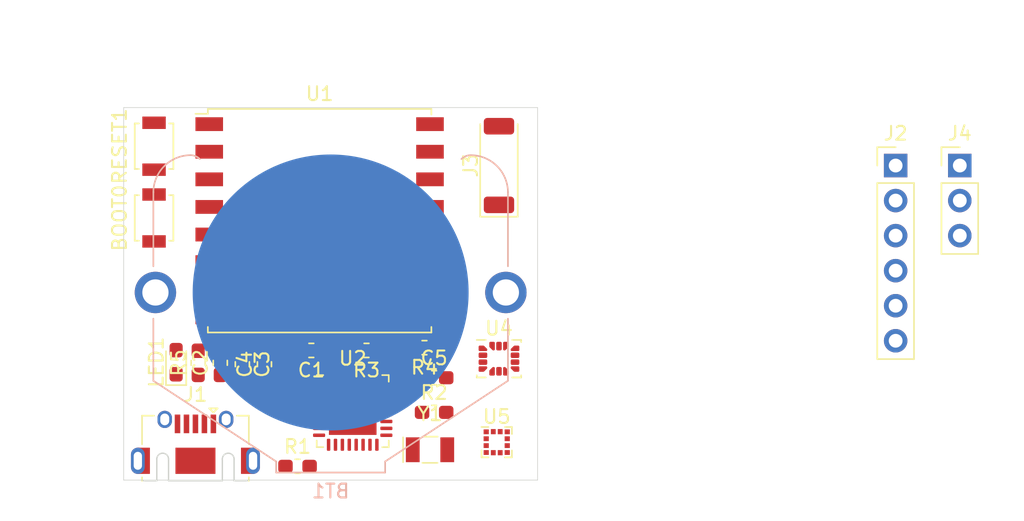
<source format=kicad_pcb>
(kicad_pcb (version 20171130) (host pcbnew "(5.1.6)-1")

  (general
    (thickness 1.6)
    (drawings 6)
    (tracks 0)
    (zones 0)
    (modules 23)
    (nets 65)
  )

  (page A4)
  (layers
    (0 F.Cu signal)
    (31 B.Cu signal)
    (32 B.Adhes user)
    (33 F.Adhes user)
    (34 B.Paste user)
    (35 F.Paste user)
    (36 B.SilkS user)
    (37 F.SilkS user)
    (38 B.Mask user)
    (39 F.Mask user)
    (40 Dwgs.User user)
    (41 Cmts.User user)
    (42 Eco1.User user)
    (43 Eco2.User user)
    (44 Edge.Cuts user)
    (45 Margin user)
    (46 B.CrtYd user)
    (47 F.CrtYd user)
    (48 B.Fab user)
    (49 F.Fab user)
  )

  (setup
    (last_trace_width 0.25)
    (trace_clearance 0.2)
    (zone_clearance 0.508)
    (zone_45_only no)
    (trace_min 0.2)
    (via_size 0.8)
    (via_drill 0.4)
    (via_min_size 0.4)
    (via_min_drill 0.3)
    (uvia_size 0.3)
    (uvia_drill 0.1)
    (uvias_allowed no)
    (uvia_min_size 0.2)
    (uvia_min_drill 0.1)
    (edge_width 0.05)
    (segment_width 0.2)
    (pcb_text_width 0.3)
    (pcb_text_size 1.5 1.5)
    (mod_edge_width 0.12)
    (mod_text_size 1 1)
    (mod_text_width 0.15)
    (pad_size 1.524 1.524)
    (pad_drill 0.762)
    (pad_to_mask_clearance 0.05)
    (aux_axis_origin 0 0)
    (visible_elements FFFFFF7F)
    (pcbplotparams
      (layerselection 0x010fc_ffffffff)
      (usegerberextensions false)
      (usegerberattributes true)
      (usegerberadvancedattributes true)
      (creategerberjobfile true)
      (excludeedgelayer true)
      (linewidth 0.100000)
      (plotframeref false)
      (viasonmask false)
      (mode 1)
      (useauxorigin false)
      (hpglpennumber 1)
      (hpglpenspeed 20)
      (hpglpendiameter 15.000000)
      (psnegative false)
      (psa4output false)
      (plotreference true)
      (plotvalue true)
      (plotinvisibletext false)
      (padsonsilk false)
      (subtractmaskfromsilk false)
      (outputformat 1)
      (mirror false)
      (drillshape 1)
      (scaleselection 1)
      (outputdirectory ""))
  )

  (net 0 "")
  (net 1 +3V3)
  (net 2 BOOT0)
  (net 3 GND)
  (net 4 "Net-(C3-Pad1)")
  (net 5 "Net-(C4-Pad1)")
  (net 6 USB-D-)
  (net 7 "Net-(J1-Pad1)")
  (net 8 USB-D+)
  (net 9 "Net-(J1-Pad4)")
  (net 10 RESET)
  (net 11 SWCLK)
  (net 12 SWDIO)
  (net 13 "Net-(J3-Pad1)")
  (net 14 RX)
  (net 15 TX)
  (net 16 "Net-(LED1-Pad2)")
  (net 17 "Net-(R2-Pad2)")
  (net 18 "Net-(R3-Pad1)")
  (net 19 SDA)
  (net 20 SCL)
  (net 21 "Net-(U1-Pad16)")
  (net 22 DIO1)
  (net 23 DIO0)
  (net 24 "Net-(U1-Pad12)")
  (net 25 "Net-(U1-Pad11)")
  (net 26 "Net-(U1-Pad7)")
  (net 27 SSEL)
  (net 28 SCLK)
  (net 29 MOSI)
  (net 30 MISO)
  (net 31 "Net-(U2-Pad28)")
  (net 32 "Net-(U2-Pad27)")
  (net 33 "Net-(U2-Pad25)")
  (net 34 "Net-(U2-Pad20)")
  (net 35 "Net-(U2-Pad15)")
  (net 36 "Net-(U2-Pad10)")
  (net 37 "Net-(U2-Pad7)")
  (net 38 "Net-(U2-Pad6)")
  (net 39 "Net-(U4-Pad14)")
  (net 40 "Net-(U4-Pad13)")
  (net 41 "Net-(U4-Pad12)")
  (net 42 "Net-(U4-Pad11)")
  (net 43 "Net-(U4-Pad10)")
  (net 44 "Net-(U4-Pad9)")
  (net 45 "Net-(U4-Pad8)")
  (net 46 "Net-(U4-Pad7)")
  (net 47 "Net-(U4-Pad6)")
  (net 48 "Net-(U4-Pad5)")
  (net 49 "Net-(U4-Pad4)")
  (net 50 "Net-(U4-Pad3)")
  (net 51 "Net-(U4-Pad2)")
  (net 52 "Net-(U4-Pad1)")
  (net 53 "Net-(U5-Pad12)")
  (net 54 "Net-(U5-Pad11)")
  (net 55 "Net-(U5-Pad6)")
  (net 56 "Net-(U5-Pad5)")
  (net 57 "Net-(U5-Pad10)")
  (net 58 "Net-(U5-Pad1)")
  (net 59 "Net-(U5-Pad7)")
  (net 60 "Net-(U5-Pad4)")
  (net 61 "Net-(U5-Pad8)")
  (net 62 "Net-(U5-Pad9)")
  (net 63 "Net-(U5-Pad3)")
  (net 64 "Net-(U5-Pad2)")

  (net_class Default "This is the default net class."
    (clearance 0.2)
    (trace_width 0.25)
    (via_dia 0.8)
    (via_drill 0.4)
    (uvia_dia 0.3)
    (uvia_drill 0.1)
    (add_net +3V3)
    (add_net BOOT0)
    (add_net DIO0)
    (add_net DIO1)
    (add_net GND)
    (add_net MISO)
    (add_net MOSI)
    (add_net "Net-(C3-Pad1)")
    (add_net "Net-(C4-Pad1)")
    (add_net "Net-(J1-Pad1)")
    (add_net "Net-(J1-Pad4)")
    (add_net "Net-(J3-Pad1)")
    (add_net "Net-(LED1-Pad2)")
    (add_net "Net-(R2-Pad2)")
    (add_net "Net-(R3-Pad1)")
    (add_net "Net-(U1-Pad11)")
    (add_net "Net-(U1-Pad12)")
    (add_net "Net-(U1-Pad16)")
    (add_net "Net-(U1-Pad7)")
    (add_net "Net-(U2-Pad10)")
    (add_net "Net-(U2-Pad15)")
    (add_net "Net-(U2-Pad20)")
    (add_net "Net-(U2-Pad25)")
    (add_net "Net-(U2-Pad27)")
    (add_net "Net-(U2-Pad28)")
    (add_net "Net-(U2-Pad6)")
    (add_net "Net-(U2-Pad7)")
    (add_net "Net-(U4-Pad1)")
    (add_net "Net-(U4-Pad10)")
    (add_net "Net-(U4-Pad11)")
    (add_net "Net-(U4-Pad12)")
    (add_net "Net-(U4-Pad13)")
    (add_net "Net-(U4-Pad14)")
    (add_net "Net-(U4-Pad2)")
    (add_net "Net-(U4-Pad3)")
    (add_net "Net-(U4-Pad4)")
    (add_net "Net-(U4-Pad5)")
    (add_net "Net-(U4-Pad6)")
    (add_net "Net-(U4-Pad7)")
    (add_net "Net-(U4-Pad8)")
    (add_net "Net-(U4-Pad9)")
    (add_net "Net-(U5-Pad1)")
    (add_net "Net-(U5-Pad10)")
    (add_net "Net-(U5-Pad11)")
    (add_net "Net-(U5-Pad12)")
    (add_net "Net-(U5-Pad2)")
    (add_net "Net-(U5-Pad3)")
    (add_net "Net-(U5-Pad4)")
    (add_net "Net-(U5-Pad5)")
    (add_net "Net-(U5-Pad6)")
    (add_net "Net-(U5-Pad7)")
    (add_net "Net-(U5-Pad8)")
    (add_net "Net-(U5-Pad9)")
    (add_net RESET)
    (add_net RX)
    (add_net SCL)
    (add_net SCLK)
    (add_net SDA)
    (add_net SSEL)
    (add_net SWCLK)
    (add_net SWDIO)
    (add_net TX)
    (add_net USB-D+)
    (add_net USB-D-)
  )

  (module Crystal:Crystal_SMD_MicroCrystal_CC7V-T1A-2Pin_3.2x1.5mm (layer F.Cu) (tedit 5D24C08C) (tstamp 5F84C0EA)
    (at 82.2 85.6)
    (descr "SMD Crystal MicroCrystal CC7V-T1A/CM7V-T1A series https://www.microcrystal.com/fileadmin/Media/Products/32kHz/Datasheet/CC7V-T1A.pdf, 3.2x1.5mm^2 package")
    (tags "SMD SMT crystal")
    (path /5F6CD547)
    (attr smd)
    (fp_text reference Y1 (at 0 -2.6) (layer F.SilkS)
      (effects (font (size 1 1) (thickness 0.15)))
    )
    (fp_text value Crystal (at 0 2.8) (layer F.Fab)
      (effects (font (size 1 1) (thickness 0.15)))
    )
    (fp_text user %R (at 0 -2.6) (layer F.Fab)
      (effects (font (size 1 1) (thickness 0.15)))
    )
    (fp_line (start -1.6 -0.75) (end -1.6 0.75) (layer F.Fab) (width 0.1))
    (fp_line (start -1.6 0.75) (end 1.6 0.75) (layer F.Fab) (width 0.1))
    (fp_line (start 1.6 0.75) (end 1.6 -0.75) (layer F.Fab) (width 0.1))
    (fp_line (start 1.6 -0.75) (end -1.6 -0.75) (layer F.Fab) (width 0.1))
    (fp_line (start -1.6 0.25) (end -1.1 0.75) (layer F.Fab) (width 0.1))
    (fp_line (start -0.55 -0.95) (end 0.55 -0.95) (layer F.SilkS) (width 0.12))
    (fp_line (start -0.55 0.95) (end 0.55 0.95) (layer F.SilkS) (width 0.12))
    (fp_line (start -1.95 -0.9) (end -1.95 0.9) (layer F.SilkS) (width 0.12))
    (fp_line (start -2 -1.2) (end -2 1.2) (layer F.CrtYd) (width 0.05))
    (fp_line (start -2 1.2) (end 2 1.2) (layer F.CrtYd) (width 0.05))
    (fp_line (start 2 1.2) (end 2 -1.2) (layer F.CrtYd) (width 0.05))
    (fp_line (start 2 -1.2) (end -2 -1.2) (layer F.CrtYd) (width 0.05))
    (pad 2 smd rect (at 1.25 0) (size 1 1.8) (layers F.Cu F.Paste F.Mask)
      (net 5 "Net-(C4-Pad1)"))
    (pad 1 smd rect (at -1.25 0) (size 1 1.8) (layers F.Cu F.Paste F.Mask)
      (net 4 "Net-(C3-Pad1)"))
    (model ${KISYS3DMOD}/Crystal.3dshapes/Crystal_SMD_MicroCrystal_CC7V-T1A-2Pin_3.2x1.5mm.wrl
      (at (xyz 0 0 0))
      (scale (xyz 1 1 1))
      (rotate (xyz 0 0 0))
    )
  )

  (module RF_Antenna:Johanson_2450AT43F0100 (layer F.Cu) (tedit 5E281F47) (tstamp 5F84BF7B)
    (at 87.2 65 90)
    (descr "Johanson 2450AT43F0100 SMD antenna 2400-2500Mhz, 1dBi, https://www.johansontechnology.com/datasheets/2450AT43F0100/2450AT43F0100.pdf")
    (tags antenna)
    (path /5F6C9F47)
    (attr smd)
    (fp_text reference J3 (at 0 -2.05 90) (layer F.SilkS)
      (effects (font (size 1 1) (thickness 0.15)))
    )
    (fp_text value Conn_Coaxial (at 0 2.05 90) (layer F.Fab)
      (effects (font (size 1 1) (thickness 0.15)))
    )
    (fp_text user %R (at 0 0 90) (layer F.Fab)
      (effects (font (size 1 1) (thickness 0.15)))
    )
    (fp_line (start 3 -1) (end -2.5 -1) (layer F.Fab) (width 0.1))
    (fp_line (start -2.5 -1) (end -3 -0.5) (layer F.Fab) (width 0.1))
    (fp_line (start -3 -0.5) (end -3 1) (layer F.Fab) (width 0.1))
    (fp_line (start -3 1) (end 3 1) (layer F.Fab) (width 0.1))
    (fp_line (start 3 1) (end 3 -1) (layer F.Fab) (width 0.1))
    (fp_line (start 3 -1.36) (end -3.71 -1.36) (layer F.SilkS) (width 0.12))
    (fp_line (start -3.71 -1.36) (end -3.71 1.36) (layer F.SilkS) (width 0.12))
    (fp_line (start -3.71 1.36) (end 3 1.36) (layer F.SilkS) (width 0.12))
    (fp_line (start -3.7 1.35) (end -3.7 -1.35) (layer F.CrtYd) (width 0.05))
    (fp_line (start -3.7 -1.35) (end 3.7 -1.35) (layer F.CrtYd) (width 0.05))
    (fp_line (start 3.7 -1.35) (end 3.7 1.35) (layer F.CrtYd) (width 0.05))
    (fp_line (start 3.7 1.35) (end -3.7 1.35) (layer F.CrtYd) (width 0.05))
    (pad 2 smd roundrect (at 2.85 0 90) (size 1.2 2.2) (layers F.Cu F.Paste F.Mask) (roundrect_rratio 0.208333)
      (net 3 GND))
    (pad 1 smd roundrect (at -2.85 0 90) (size 1.2 2.2) (layers F.Cu F.Paste F.Mask) (roundrect_rratio 0.208333)
      (net 13 "Net-(J3-Pad1)"))
    (model ${KISYS3DMOD}/RF_Antenna.3dshapes/Johanson_2450AT43F0100.wrl
      (at (xyz 0 0 0))
      (scale (xyz 1 1 1))
      (rotate (xyz 0 0 0))
    )
  )

  (module Package_LGA:LGA-12_2x2mm_P0.5mm (layer F.Cu) (tedit 5A0AAFFD) (tstamp 5F84C0D9)
    (at 87.0375 85.05)
    (descr LGA12)
    (tags "lga land grid array")
    (path /5F8A3378)
    (attr smd)
    (fp_text reference U5 (at 0 -1.85) (layer F.SilkS)
      (effects (font (size 1 1) (thickness 0.15)))
    )
    (fp_text value LSM303C (at 0 1.6) (layer F.Fab)
      (effects (font (size 1 1) (thickness 0.15)))
    )
    (fp_text user %R (at 0 0) (layer F.Fab)
      (effects (font (size 0.5 0.5) (thickness 0.075)))
    )
    (fp_line (start 1 -1) (end 1 1) (layer F.Fab) (width 0.1))
    (fp_line (start 1 1) (end -1 1) (layer F.Fab) (width 0.1))
    (fp_line (start -1 1) (end -1 -0.5) (layer F.Fab) (width 0.1))
    (fp_line (start -1 -0.5) (end -0.5 -1) (layer F.Fab) (width 0.1))
    (fp_line (start -0.5 -1) (end 1 -1) (layer F.Fab) (width 0.1))
    (fp_line (start 0.6 -1.1) (end 1.1 -1.1) (layer F.SilkS) (width 0.12))
    (fp_line (start 1.1 -1.1) (end 1.1 -0.6) (layer F.SilkS) (width 0.12))
    (fp_line (start 1.1 -0.6) (end 1.1 -0.6) (layer F.SilkS) (width 0.12))
    (fp_line (start 1.1 0.6) (end 1.1 1.1) (layer F.SilkS) (width 0.12))
    (fp_line (start 1.1 1.1) (end 0.6 1.1) (layer F.SilkS) (width 0.12))
    (fp_line (start 0.6 1.1) (end 0.6 1.1) (layer F.SilkS) (width 0.12))
    (fp_line (start -0.6 1.1) (end -1.1 1.1) (layer F.SilkS) (width 0.12))
    (fp_line (start -1.1 1.1) (end -1.1 0.6) (layer F.SilkS) (width 0.12))
    (fp_line (start -1.1 0.6) (end -1.1 0.6) (layer F.SilkS) (width 0.12))
    (fp_line (start -0.6 -1.1) (end -1.1 -1.1) (layer F.SilkS) (width 0.12))
    (fp_line (start -1.1 -1.1) (end -1.1 -1.1) (layer F.SilkS) (width 0.12))
    (fp_line (start 1.25 -1.25) (end 1.25 1.25) (layer F.CrtYd) (width 0.05))
    (fp_line (start 1.25 1.25) (end -1.25 1.25) (layer F.CrtYd) (width 0.05))
    (fp_line (start -1.25 1.25) (end -1.25 -1.25) (layer F.CrtYd) (width 0.05))
    (fp_line (start -1.25 -1.25) (end 1.25 -1.25) (layer F.CrtYd) (width 0.05))
    (pad 12 smd rect (at -0.25 -0.7625 90) (size 0.375 0.35) (layers F.Cu F.Paste F.Mask)
      (net 53 "Net-(U5-Pad12)"))
    (pad 11 smd rect (at 0.25 -0.7625 90) (size 0.375 0.35) (layers F.Cu F.Paste F.Mask)
      (net 54 "Net-(U5-Pad11)"))
    (pad 6 smd rect (at 0.25 0.7625 90) (size 0.375 0.35) (layers F.Cu F.Paste F.Mask)
      (net 55 "Net-(U5-Pad6)"))
    (pad 5 smd rect (at -0.25 0.7625 90) (size 0.375 0.35) (layers F.Cu F.Paste F.Mask)
      (net 56 "Net-(U5-Pad5)"))
    (pad 10 smd rect (at 0.7625 -0.75) (size 0.375 0.35) (layers F.Cu F.Paste F.Mask)
      (net 57 "Net-(U5-Pad10)"))
    (pad 1 smd rect (at -0.7625 -0.75) (size 0.375 0.35) (layers F.Cu F.Paste F.Mask)
      (net 58 "Net-(U5-Pad1)"))
    (pad 7 smd rect (at 0.7625 0.75) (size 0.375 0.35) (layers F.Cu F.Paste F.Mask)
      (net 59 "Net-(U5-Pad7)"))
    (pad 4 smd rect (at -0.7625 0.75) (size 0.375 0.35) (layers F.Cu F.Paste F.Mask)
      (net 60 "Net-(U5-Pad4)"))
    (pad 8 smd rect (at 0.7625 0.25) (size 0.375 0.35) (layers F.Cu F.Paste F.Mask)
      (net 61 "Net-(U5-Pad8)"))
    (pad 9 smd rect (at 0.7625 -0.25) (size 0.375 0.35) (layers F.Cu F.Paste F.Mask)
      (net 62 "Net-(U5-Pad9)"))
    (pad 3 smd rect (at -0.7625 0.25) (size 0.375 0.35) (layers F.Cu F.Paste F.Mask)
      (net 63 "Net-(U5-Pad3)"))
    (pad 2 smd rect (at -0.7625 -0.25) (size 0.375 0.35) (layers F.Cu F.Paste F.Mask)
      (net 64 "Net-(U5-Pad2)"))
    (model ${KISYS3DMOD}/Package_LGA.3dshapes/LGA-12_2x2mm_P0.5mm.wrl
      (at (xyz 0 0 0))
      (scale (xyz 1 1 1))
      (rotate (xyz 0 0 0))
    )
  )

  (module Package_LGA:LGA-14_3x2.5mm_P0.5mm_LayoutBorder3x4y (layer F.Cu) (tedit 5D9F7937) (tstamp 5F84C0B4)
    (at 87.2 79)
    (descr "LGA, 14 Pin (http://www.st.com/resource/en/datasheet/lsm6ds3.pdf), generated with kicad-footprint-generator ipc_noLead_generator.py")
    (tags "LGA NoLead")
    (path /5F8A1433)
    (attr smd)
    (fp_text reference U4 (at 0 -2.2) (layer F.SilkS)
      (effects (font (size 1 1) (thickness 0.15)))
    )
    (fp_text value LSM6DS3 (at 0 2.2) (layer F.Fab)
      (effects (font (size 1 1) (thickness 0.15)))
    )
    (fp_text user %R (at 0 0) (layer F.Fab)
      (effects (font (size 0.75 0.75) (thickness 0.11)))
    )
    (fp_line (start 0.96 -1.36) (end 1.61 -1.36) (layer F.SilkS) (width 0.12))
    (fp_line (start 1.61 -1.36) (end 1.61 -1.21) (layer F.SilkS) (width 0.12))
    (fp_line (start -0.96 1.36) (end -1.61 1.36) (layer F.SilkS) (width 0.12))
    (fp_line (start -1.61 1.36) (end -1.61 1.21) (layer F.SilkS) (width 0.12))
    (fp_line (start 0.96 1.36) (end 1.61 1.36) (layer F.SilkS) (width 0.12))
    (fp_line (start 1.61 1.36) (end 1.61 1.21) (layer F.SilkS) (width 0.12))
    (fp_line (start -0.96 -1.36) (end -1.61 -1.36) (layer F.SilkS) (width 0.12))
    (fp_line (start -0.875 -1.25) (end 1.5 -1.25) (layer F.Fab) (width 0.1))
    (fp_line (start 1.5 -1.25) (end 1.5 1.25) (layer F.Fab) (width 0.1))
    (fp_line (start 1.5 1.25) (end -1.5 1.25) (layer F.Fab) (width 0.1))
    (fp_line (start -1.5 1.25) (end -1.5 -0.625) (layer F.Fab) (width 0.1))
    (fp_line (start -1.5 -0.625) (end -0.875 -1.25) (layer F.Fab) (width 0.1))
    (fp_line (start -1.75 -1.5) (end -1.75 1.5) (layer F.CrtYd) (width 0.05))
    (fp_line (start -1.75 1.5) (end 1.75 1.5) (layer F.CrtYd) (width 0.05))
    (fp_line (start 1.75 1.5) (end 1.75 -1.5) (layer F.CrtYd) (width 0.05))
    (fp_line (start 1.75 -1.5) (end -1.75 -1.5) (layer F.CrtYd) (width 0.05))
    (pad 14 smd custom (at -0.5 -0.9125) (size 0.223223 0.223223) (layers F.Cu F.Paste F.Mask)
      (net 39 "Net-(U4-Pad14)")
      (options (clearance outline) (anchor circle))
      (primitives
        (gr_poly (pts
           (xy -0.125 -0.2375) (xy 0.125 -0.2375) (xy 0.125 0.2375) (xy 0.081066 0.2375) (xy -0.125 0.031434)
) (width 0.15))
      ))
    (pad 13 smd roundrect (at 0 -0.9125) (size 0.4 0.625) (layers F.Cu F.Paste F.Mask) (roundrect_rratio 0.25)
      (net 40 "Net-(U4-Pad13)"))
    (pad 12 smd custom (at 0.5 -0.9125) (size 0.223223 0.223223) (layers F.Cu F.Paste F.Mask)
      (net 41 "Net-(U4-Pad12)")
      (options (clearance outline) (anchor circle))
      (primitives
        (gr_poly (pts
           (xy -0.125 -0.2375) (xy 0.125 -0.2375) (xy 0.125 0.031434) (xy -0.081066 0.2375) (xy -0.125 0.2375)
) (width 0.15))
      ))
    (pad 11 smd custom (at 1.1625 -0.75) (size 0.223223 0.223223) (layers F.Cu F.Paste F.Mask)
      (net 42 "Net-(U4-Pad11)")
      (options (clearance outline) (anchor circle))
      (primitives
        (gr_poly (pts
           (xy -0.2375 0.081066) (xy -0.031434 -0.125) (xy 0.2375 -0.125) (xy 0.2375 0.125) (xy -0.2375 0.125)
) (width 0.15))
      ))
    (pad 10 smd roundrect (at 1.1625 -0.25) (size 0.625 0.4) (layers F.Cu F.Paste F.Mask) (roundrect_rratio 0.25)
      (net 43 "Net-(U4-Pad10)"))
    (pad 9 smd roundrect (at 1.1625 0.25) (size 0.625 0.4) (layers F.Cu F.Paste F.Mask) (roundrect_rratio 0.25)
      (net 44 "Net-(U4-Pad9)"))
    (pad 8 smd custom (at 1.1625 0.75) (size 0.223223 0.223223) (layers F.Cu F.Paste F.Mask)
      (net 45 "Net-(U4-Pad8)")
      (options (clearance outline) (anchor circle))
      (primitives
        (gr_poly (pts
           (xy -0.2375 -0.125) (xy 0.2375 -0.125) (xy 0.2375 0.125) (xy -0.031434 0.125) (xy -0.2375 -0.081066)
) (width 0.15))
      ))
    (pad 7 smd custom (at 0.5 0.9125) (size 0.223223 0.223223) (layers F.Cu F.Paste F.Mask)
      (net 46 "Net-(U4-Pad7)")
      (options (clearance outline) (anchor circle))
      (primitives
        (gr_poly (pts
           (xy -0.125 -0.2375) (xy -0.081066 -0.2375) (xy 0.125 -0.031434) (xy 0.125 0.2375) (xy -0.125 0.2375)
) (width 0.15))
      ))
    (pad 6 smd roundrect (at 0 0.9125) (size 0.4 0.625) (layers F.Cu F.Paste F.Mask) (roundrect_rratio 0.25)
      (net 47 "Net-(U4-Pad6)"))
    (pad 5 smd custom (at -0.5 0.9125) (size 0.223223 0.223223) (layers F.Cu F.Paste F.Mask)
      (net 48 "Net-(U4-Pad5)")
      (options (clearance outline) (anchor circle))
      (primitives
        (gr_poly (pts
           (xy -0.125 -0.031434) (xy 0.081066 -0.2375) (xy 0.125 -0.2375) (xy 0.125 0.2375) (xy -0.125 0.2375)
) (width 0.15))
      ))
    (pad 4 smd custom (at -1.1625 0.75) (size 0.223223 0.223223) (layers F.Cu F.Paste F.Mask)
      (net 49 "Net-(U4-Pad4)")
      (options (clearance outline) (anchor circle))
      (primitives
        (gr_poly (pts
           (xy -0.2375 -0.125) (xy 0.2375 -0.125) (xy 0.2375 -0.081066) (xy 0.031434 0.125) (xy -0.2375 0.125)
) (width 0.15))
      ))
    (pad 3 smd roundrect (at -1.1625 0.25) (size 0.625 0.4) (layers F.Cu F.Paste F.Mask) (roundrect_rratio 0.25)
      (net 50 "Net-(U4-Pad3)"))
    (pad 2 smd roundrect (at -1.1625 -0.25) (size 0.625 0.4) (layers F.Cu F.Paste F.Mask) (roundrect_rratio 0.25)
      (net 51 "Net-(U4-Pad2)"))
    (pad 1 smd custom (at -1.1625 -0.75) (size 0.223223 0.223223) (layers F.Cu F.Paste F.Mask)
      (net 52 "Net-(U4-Pad1)")
      (options (clearance outline) (anchor circle))
      (primitives
        (gr_poly (pts
           (xy -0.2375 -0.125) (xy 0.031434 -0.125) (xy 0.2375 0.081066) (xy 0.2375 0.125) (xy -0.2375 0.125)
) (width 0.15))
      ))
    (model ${KISYS3DMOD}/Package_LGA.3dshapes/LGA-14_3x2.5mm_P0.5mm_LayoutBorder3x4y.wrl
      (at (xyz 0 0 0))
      (scale (xyz 1 1 1))
      (rotate (xyz 0 0 0))
    )
  )

  (module Package_DFN_QFN:QFN-32-1EP_5x5mm_P0.5mm_EP3.45x3.45mm (layer F.Cu) (tedit 5DC5F6A4) (tstamp 5F84C074)
    (at 76.6 82.8)
    (descr "QFN, 32 Pin (http://www.analog.com/media/en/package-pcb-resources/package/pkg_pdf/ltc-legacy-qfn/QFN_32_05-08-1693.pdf), generated with kicad-footprint-generator ipc_noLead_generator.py")
    (tags "QFN NoLead")
    (path /5F6B45A7)
    (attr smd)
    (fp_text reference U2 (at 0 -3.82) (layer F.SilkS)
      (effects (font (size 1 1) (thickness 0.15)))
    )
    (fp_text value STM32L432KCUx (at 0 3.82) (layer F.Fab)
      (effects (font (size 1 1) (thickness 0.15)))
    )
    (fp_text user %R (at 0 0) (layer F.Fab)
      (effects (font (size 1 1) (thickness 0.15)))
    )
    (fp_line (start 2.135 -2.61) (end 2.61 -2.61) (layer F.SilkS) (width 0.12))
    (fp_line (start 2.61 -2.61) (end 2.61 -2.135) (layer F.SilkS) (width 0.12))
    (fp_line (start -2.135 2.61) (end -2.61 2.61) (layer F.SilkS) (width 0.12))
    (fp_line (start -2.61 2.61) (end -2.61 2.135) (layer F.SilkS) (width 0.12))
    (fp_line (start 2.135 2.61) (end 2.61 2.61) (layer F.SilkS) (width 0.12))
    (fp_line (start 2.61 2.61) (end 2.61 2.135) (layer F.SilkS) (width 0.12))
    (fp_line (start -2.135 -2.61) (end -2.61 -2.61) (layer F.SilkS) (width 0.12))
    (fp_line (start -1.5 -2.5) (end 2.5 -2.5) (layer F.Fab) (width 0.1))
    (fp_line (start 2.5 -2.5) (end 2.5 2.5) (layer F.Fab) (width 0.1))
    (fp_line (start 2.5 2.5) (end -2.5 2.5) (layer F.Fab) (width 0.1))
    (fp_line (start -2.5 2.5) (end -2.5 -1.5) (layer F.Fab) (width 0.1))
    (fp_line (start -2.5 -1.5) (end -1.5 -2.5) (layer F.Fab) (width 0.1))
    (fp_line (start -3.12 -3.12) (end -3.12 3.12) (layer F.CrtYd) (width 0.05))
    (fp_line (start -3.12 3.12) (end 3.12 3.12) (layer F.CrtYd) (width 0.05))
    (fp_line (start 3.12 3.12) (end 3.12 -3.12) (layer F.CrtYd) (width 0.05))
    (fp_line (start 3.12 -3.12) (end -3.12 -3.12) (layer F.CrtYd) (width 0.05))
    (pad "" smd roundrect (at 1.15 1.15) (size 0.93 0.93) (layers F.Paste) (roundrect_rratio 0.25))
    (pad "" smd roundrect (at 1.15 0) (size 0.93 0.93) (layers F.Paste) (roundrect_rratio 0.25))
    (pad "" smd roundrect (at 1.15 -1.15) (size 0.93 0.93) (layers F.Paste) (roundrect_rratio 0.25))
    (pad "" smd roundrect (at 0 1.15) (size 0.93 0.93) (layers F.Paste) (roundrect_rratio 0.25))
    (pad "" smd roundrect (at 0 0) (size 0.93 0.93) (layers F.Paste) (roundrect_rratio 0.25))
    (pad "" smd roundrect (at 0 -1.15) (size 0.93 0.93) (layers F.Paste) (roundrect_rratio 0.25))
    (pad "" smd roundrect (at -1.15 1.15) (size 0.93 0.93) (layers F.Paste) (roundrect_rratio 0.25))
    (pad "" smd roundrect (at -1.15 0) (size 0.93 0.93) (layers F.Paste) (roundrect_rratio 0.25))
    (pad "" smd roundrect (at -1.15 -1.15) (size 0.93 0.93) (layers F.Paste) (roundrect_rratio 0.25))
    (pad 33 smd rect (at 0 0) (size 3.45 3.45) (layers F.Cu F.Mask)
      (net 3 GND))
    (pad 32 smd roundrect (at -1.75 -2.4375) (size 0.25 0.875) (layers F.Cu F.Paste F.Mask) (roundrect_rratio 0.25)
      (net 3 GND))
    (pad 31 smd roundrect (at -1.25 -2.4375) (size 0.25 0.875) (layers F.Cu F.Paste F.Mask) (roundrect_rratio 0.25)
      (net 2 BOOT0))
    (pad 30 smd roundrect (at -0.75 -2.4375) (size 0.25 0.875) (layers F.Cu F.Paste F.Mask) (roundrect_rratio 0.25)
      (net 19 SDA))
    (pad 29 smd roundrect (at -0.25 -2.4375) (size 0.25 0.875) (layers F.Cu F.Paste F.Mask) (roundrect_rratio 0.25)
      (net 20 SCL))
    (pad 28 smd roundrect (at 0.25 -2.4375) (size 0.25 0.875) (layers F.Cu F.Paste F.Mask) (roundrect_rratio 0.25)
      (net 31 "Net-(U2-Pad28)"))
    (pad 27 smd roundrect (at 0.75 -2.4375) (size 0.25 0.875) (layers F.Cu F.Paste F.Mask) (roundrect_rratio 0.25)
      (net 32 "Net-(U2-Pad27)"))
    (pad 26 smd roundrect (at 1.25 -2.4375) (size 0.25 0.875) (layers F.Cu F.Paste F.Mask) (roundrect_rratio 0.25)
      (net 18 "Net-(R3-Pad1)"))
    (pad 25 smd roundrect (at 1.75 -2.4375) (size 0.25 0.875) (layers F.Cu F.Paste F.Mask) (roundrect_rratio 0.25)
      (net 33 "Net-(U2-Pad25)"))
    (pad 24 smd roundrect (at 2.4375 -1.75) (size 0.875 0.25) (layers F.Cu F.Paste F.Mask) (roundrect_rratio 0.25)
      (net 11 SWCLK))
    (pad 23 smd roundrect (at 2.4375 -1.25) (size 0.875 0.25) (layers F.Cu F.Paste F.Mask) (roundrect_rratio 0.25)
      (net 12 SWDIO))
    (pad 22 smd roundrect (at 2.4375 -0.75) (size 0.875 0.25) (layers F.Cu F.Paste F.Mask) (roundrect_rratio 0.25)
      (net 8 USB-D+))
    (pad 21 smd roundrect (at 2.4375 -0.25) (size 0.875 0.25) (layers F.Cu F.Paste F.Mask) (roundrect_rratio 0.25)
      (net 6 USB-D-))
    (pad 20 smd roundrect (at 2.4375 0.25) (size 0.875 0.25) (layers F.Cu F.Paste F.Mask) (roundrect_rratio 0.25)
      (net 34 "Net-(U2-Pad20)"))
    (pad 19 smd roundrect (at 2.4375 0.75) (size 0.875 0.25) (layers F.Cu F.Paste F.Mask) (roundrect_rratio 0.25)
      (net 22 DIO1))
    (pad 18 smd roundrect (at 2.4375 1.25) (size 0.875 0.25) (layers F.Cu F.Paste F.Mask) (roundrect_rratio 0.25)
      (net 23 DIO0))
    (pad 17 smd roundrect (at 2.4375 1.75) (size 0.875 0.25) (layers F.Cu F.Paste F.Mask) (roundrect_rratio 0.25)
      (net 1 +3V3))
    (pad 16 smd roundrect (at 1.75 2.4375) (size 0.25 0.875) (layers F.Cu F.Paste F.Mask) (roundrect_rratio 0.25)
      (net 3 GND))
    (pad 15 smd roundrect (at 1.25 2.4375) (size 0.25 0.875) (layers F.Cu F.Paste F.Mask) (roundrect_rratio 0.25)
      (net 35 "Net-(U2-Pad15)"))
    (pad 14 smd roundrect (at 0.75 2.4375) (size 0.25 0.875) (layers F.Cu F.Paste F.Mask) (roundrect_rratio 0.25)
      (net 27 SSEL))
    (pad 13 smd roundrect (at 0.25 2.4375) (size 0.25 0.875) (layers F.Cu F.Paste F.Mask) (roundrect_rratio 0.25)
      (net 29 MOSI))
    (pad 12 smd roundrect (at -0.25 2.4375) (size 0.25 0.875) (layers F.Cu F.Paste F.Mask) (roundrect_rratio 0.25)
      (net 30 MISO))
    (pad 11 smd roundrect (at -0.75 2.4375) (size 0.25 0.875) (layers F.Cu F.Paste F.Mask) (roundrect_rratio 0.25)
      (net 28 SCLK))
    (pad 10 smd roundrect (at -1.25 2.4375) (size 0.25 0.875) (layers F.Cu F.Paste F.Mask) (roundrect_rratio 0.25)
      (net 36 "Net-(U2-Pad10)"))
    (pad 9 smd roundrect (at -1.75 2.4375) (size 0.25 0.875) (layers F.Cu F.Paste F.Mask) (roundrect_rratio 0.25)
      (net 14 RX))
    (pad 8 smd roundrect (at -2.4375 1.75) (size 0.875 0.25) (layers F.Cu F.Paste F.Mask) (roundrect_rratio 0.25)
      (net 15 TX))
    (pad 7 smd roundrect (at -2.4375 1.25) (size 0.875 0.25) (layers F.Cu F.Paste F.Mask) (roundrect_rratio 0.25)
      (net 37 "Net-(U2-Pad7)"))
    (pad 6 smd roundrect (at -2.4375 0.75) (size 0.875 0.25) (layers F.Cu F.Paste F.Mask) (roundrect_rratio 0.25)
      (net 38 "Net-(U2-Pad6)"))
    (pad 5 smd roundrect (at -2.4375 0.25) (size 0.875 0.25) (layers F.Cu F.Paste F.Mask) (roundrect_rratio 0.25)
      (net 1 +3V3))
    (pad 4 smd roundrect (at -2.4375 -0.25) (size 0.875 0.25) (layers F.Cu F.Paste F.Mask) (roundrect_rratio 0.25)
      (net 10 RESET))
    (pad 3 smd roundrect (at -2.4375 -0.75) (size 0.875 0.25) (layers F.Cu F.Paste F.Mask) (roundrect_rratio 0.25)
      (net 5 "Net-(C4-Pad1)"))
    (pad 2 smd roundrect (at -2.4375 -1.25) (size 0.875 0.25) (layers F.Cu F.Paste F.Mask) (roundrect_rratio 0.25)
      (net 4 "Net-(C3-Pad1)"))
    (pad 1 smd roundrect (at -2.4375 -1.75) (size 0.875 0.25) (layers F.Cu F.Paste F.Mask) (roundrect_rratio 0.25)
      (net 1 +3V3))
    (model ${KISYS3DMOD}/Package_DFN_QFN.3dshapes/QFN-32-1EP_5x5mm_P0.5mm_EP3.45x3.45mm.wrl
      (at (xyz 0 0 0))
      (scale (xyz 1 1 1))
      (rotate (xyz 0 0 0))
    )
  )

  (module RF_Module:HOPERF_RFM9XW_SMD (layer F.Cu) (tedit 5C227243) (tstamp 5F84C035)
    (at 74.2 69)
    (descr "Low Power Long Range Transceiver Module SMD-16 (https://www.hoperf.com/data/upload/portal/20181127/5bfcbea20e9ef.pdf)")
    (tags "LoRa Low Power Long Range Transceiver Module")
    (path /5F6B6043)
    (attr smd)
    (fp_text reference U1 (at 0 -9.2) (layer F.SilkS)
      (effects (font (size 1 1) (thickness 0.15)))
    )
    (fp_text value RFM95W-868S2 (at 0 9.5) (layer F.Fab)
      (effects (font (size 1 1) (thickness 0.15)))
    )
    (fp_text user %R (at 0 0) (layer F.Fab)
      (effects (font (size 1 1) (thickness 0.15)))
    )
    (fp_line (start -7 -8) (end 8 -8) (layer F.Fab) (width 0.1))
    (fp_line (start 8 8) (end 8 -8) (layer F.Fab) (width 0.1))
    (fp_line (start -8 8) (end 8 8) (layer F.Fab) (width 0.1))
    (fp_line (start -8 8) (end -8 -7) (layer F.Fab) (width 0.1))
    (fp_line (start -9.25 -8.25) (end 9.25 -8.25) (layer F.CrtYd) (width 0.05))
    (fp_line (start 9.25 -8.25) (end 9.25 8.25) (layer F.CrtYd) (width 0.05))
    (fp_line (start -9.25 8.25) (end 9.25 8.25) (layer F.CrtYd) (width 0.05))
    (fp_line (start -9.25 8.25) (end -9.25 -8.25) (layer F.CrtYd) (width 0.05))
    (fp_line (start -8.1 -8.1) (end 8.1 -8.1) (layer F.SilkS) (width 0.12))
    (fp_line (start 8.1 -8.1) (end 8.1 -7.7) (layer F.SilkS) (width 0.12))
    (fp_line (start -8.1 7.7) (end -8.1 8.1) (layer F.SilkS) (width 0.12))
    (fp_line (start -8.1 8.1) (end 8.1 8.1) (layer F.SilkS) (width 0.12))
    (fp_line (start 8.1 8.1) (end 8.1 7.7) (layer F.SilkS) (width 0.12))
    (fp_line (start -8.1 -8.1) (end -8.1 -7.75) (layer F.SilkS) (width 0.12))
    (fp_line (start -8.1 -7.75) (end -9 -7.75) (layer F.SilkS) (width 0.12))
    (fp_line (start -7 -8) (end -8 -7) (layer F.Fab) (width 0.1))
    (pad 16 smd rect (at 8 -7) (size 2 1) (layers F.Cu F.Paste F.Mask)
      (net 21 "Net-(U1-Pad16)"))
    (pad 15 smd rect (at 8 -5) (size 2 1) (layers F.Cu F.Paste F.Mask)
      (net 22 DIO1))
    (pad 14 smd rect (at 8 -3) (size 2 1) (layers F.Cu F.Paste F.Mask)
      (net 23 DIO0))
    (pad 13 smd rect (at 8 -1) (size 2 1) (layers F.Cu F.Paste F.Mask)
      (net 1 +3V3))
    (pad 12 smd rect (at 8 1) (size 2 1) (layers F.Cu F.Paste F.Mask)
      (net 24 "Net-(U1-Pad12)"))
    (pad 11 smd rect (at 8 3) (size 2 1) (layers F.Cu F.Paste F.Mask)
      (net 25 "Net-(U1-Pad11)"))
    (pad 10 smd rect (at 8 5) (size 2 1) (layers F.Cu F.Paste F.Mask)
      (net 3 GND))
    (pad 9 smd rect (at 8 7) (size 2 1) (layers F.Cu F.Paste F.Mask)
      (net 13 "Net-(J3-Pad1)"))
    (pad 8 smd rect (at -8 7) (size 2 1) (layers F.Cu F.Paste F.Mask)
      (net 3 GND))
    (pad 7 smd rect (at -8 5) (size 2 1) (layers F.Cu F.Paste F.Mask)
      (net 26 "Net-(U1-Pad7)"))
    (pad 6 smd rect (at -8 3) (size 2 1) (layers F.Cu F.Paste F.Mask)
      (net 17 "Net-(R2-Pad2)"))
    (pad 5 smd rect (at -8 1) (size 2 1) (layers F.Cu F.Paste F.Mask)
      (net 27 SSEL))
    (pad 4 smd rect (at -8 -1) (size 2 1) (layers F.Cu F.Paste F.Mask)
      (net 28 SCLK))
    (pad 3 smd rect (at -8 -3) (size 2 1) (layers F.Cu F.Paste F.Mask)
      (net 29 MOSI))
    (pad 2 smd rect (at -8 -5) (size 2 1) (layers F.Cu F.Paste F.Mask)
      (net 30 MISO))
    (pad 1 smd rect (at -8 -7) (size 2 1) (layers F.Cu F.Paste F.Mask)
      (net 3 GND))
    (model ${KISYS3DMOD}/RF_Module.3dshapes/HOPERF_RFM9XW_SMD.wrl
      (at (xyz 0 0 0))
      (scale (xyz 1 1 1))
      (rotate (xyz 0 0 0))
    )
    (model "${KIPRJMOD}/3D models/RFM95 LoRa v15.step"
      (offset (xyz -8 8 0))
      (scale (xyz 1 1 1))
      (rotate (xyz -90 0 0))
    )
  )

  (module Button_Switch_SMD:SW_SPST_B3U-1000P (layer F.Cu) (tedit 5A02FC95) (tstamp 5F84C010)
    (at 62.2 63.6 90)
    (descr "Ultra-small-sized Tactile Switch with High Contact Reliability, Top-actuated Model, without Ground Terminal, without Boss")
    (tags "Tactile Switch")
    (path /5F7AAEEC)
    (attr smd)
    (fp_text reference RESET1 (at 0 -2.5 90) (layer F.SilkS)
      (effects (font (size 1 1) (thickness 0.15)))
    )
    (fp_text value RESET (at 0 2.5 90) (layer F.Fab)
      (effects (font (size 1 1) (thickness 0.15)))
    )
    (fp_text user %R (at 0 -2.5 90) (layer F.Fab)
      (effects (font (size 1 1) (thickness 0.15)))
    )
    (fp_line (start -2.4 1.65) (end 2.4 1.65) (layer F.CrtYd) (width 0.05))
    (fp_line (start 2.4 1.65) (end 2.4 -1.65) (layer F.CrtYd) (width 0.05))
    (fp_line (start 2.4 -1.65) (end -2.4 -1.65) (layer F.CrtYd) (width 0.05))
    (fp_line (start -2.4 -1.65) (end -2.4 1.65) (layer F.CrtYd) (width 0.05))
    (fp_line (start -1.65 1.1) (end -1.65 1.4) (layer F.SilkS) (width 0.12))
    (fp_line (start -1.65 1.4) (end 1.65 1.4) (layer F.SilkS) (width 0.12))
    (fp_line (start 1.65 1.4) (end 1.65 1.1) (layer F.SilkS) (width 0.12))
    (fp_line (start -1.65 -1.1) (end -1.65 -1.4) (layer F.SilkS) (width 0.12))
    (fp_line (start -1.65 -1.4) (end 1.65 -1.4) (layer F.SilkS) (width 0.12))
    (fp_line (start 1.65 -1.4) (end 1.65 -1.1) (layer F.SilkS) (width 0.12))
    (fp_line (start -1.5 -1.25) (end 1.5 -1.25) (layer F.Fab) (width 0.1))
    (fp_line (start 1.5 -1.25) (end 1.5 1.25) (layer F.Fab) (width 0.1))
    (fp_line (start 1.5 1.25) (end -1.5 1.25) (layer F.Fab) (width 0.1))
    (fp_line (start -1.5 1.25) (end -1.5 -1.25) (layer F.Fab) (width 0.1))
    (fp_circle (center 0 0) (end 0.75 0) (layer F.Fab) (width 0.1))
    (pad 2 smd rect (at 1.7 0 90) (size 0.9 1.7) (layers F.Cu F.Paste F.Mask)
      (net 3 GND))
    (pad 1 smd rect (at -1.7 0 90) (size 0.9 1.7) (layers F.Cu F.Paste F.Mask)
      (net 10 RESET))
    (model ${KISYS3DMOD}/Button_Switch_SMD.3dshapes/SW_SPST_B3U-1000P.wrl
      (at (xyz 0 0 0))
      (scale (xyz 1 1 1))
      (rotate (xyz 0 0 0))
    )
  )

  (module Capacitor_SMD:C_0603_1608Metric_Pad1.05x0.95mm_HandSolder (layer F.Cu) (tedit 5B301BBE) (tstamp 5F84BFFA)
    (at 65.4 79.3 90)
    (descr "Capacitor SMD 0603 (1608 Metric), square (rectangular) end terminal, IPC_7351 nominal with elongated pad for handsoldering. (Body size source: http://www.tortai-tech.com/upload/download/2011102023233369053.pdf), generated with kicad-footprint-generator")
    (tags "capacitor handsolder")
    (path /5F729143)
    (attr smd)
    (fp_text reference R5 (at 0 -1.43 90) (layer F.SilkS)
      (effects (font (size 1 1) (thickness 0.15)))
    )
    (fp_text value 10k (at 0 1.43 90) (layer F.Fab)
      (effects (font (size 1 1) (thickness 0.15)))
    )
    (fp_text user %R (at 0 0 90) (layer F.Fab)
      (effects (font (size 0.4 0.4) (thickness 0.06)))
    )
    (fp_line (start -0.8 0.4) (end -0.8 -0.4) (layer F.Fab) (width 0.1))
    (fp_line (start -0.8 -0.4) (end 0.8 -0.4) (layer F.Fab) (width 0.1))
    (fp_line (start 0.8 -0.4) (end 0.8 0.4) (layer F.Fab) (width 0.1))
    (fp_line (start 0.8 0.4) (end -0.8 0.4) (layer F.Fab) (width 0.1))
    (fp_line (start -0.171267 -0.51) (end 0.171267 -0.51) (layer F.SilkS) (width 0.12))
    (fp_line (start -0.171267 0.51) (end 0.171267 0.51) (layer F.SilkS) (width 0.12))
    (fp_line (start -1.65 0.73) (end -1.65 -0.73) (layer F.CrtYd) (width 0.05))
    (fp_line (start -1.65 -0.73) (end 1.65 -0.73) (layer F.CrtYd) (width 0.05))
    (fp_line (start 1.65 -0.73) (end 1.65 0.73) (layer F.CrtYd) (width 0.05))
    (fp_line (start 1.65 0.73) (end -1.65 0.73) (layer F.CrtYd) (width 0.05))
    (pad 2 smd roundrect (at 0.875 0 90) (size 1.05 0.95) (layers F.Cu F.Paste F.Mask) (roundrect_rratio 0.25)
      (net 20 SCL))
    (pad 1 smd roundrect (at -0.875 0 90) (size 1.05 0.95) (layers F.Cu F.Paste F.Mask) (roundrect_rratio 0.25)
      (net 1 +3V3))
    (model ${KISYS3DMOD}/Capacitor_SMD.3dshapes/C_0603_1608Metric.wrl
      (at (xyz 0 0 0))
      (scale (xyz 1 1 1))
      (rotate (xyz 0 0 0))
    )
  )

  (module Capacitor_SMD:C_0603_1608Metric_Pad1.05x0.95mm_HandSolder (layer F.Cu) (tedit 5B301BBE) (tstamp 5F84BFE9)
    (at 81.8 78.2 180)
    (descr "Capacitor SMD 0603 (1608 Metric), square (rectangular) end terminal, IPC_7351 nominal with elongated pad for handsoldering. (Body size source: http://www.tortai-tech.com/upload/download/2011102023233369053.pdf), generated with kicad-footprint-generator")
    (tags "capacitor handsolder")
    (path /5F728487)
    (attr smd)
    (fp_text reference R4 (at 0 -1.43) (layer F.SilkS)
      (effects (font (size 1 1) (thickness 0.15)))
    )
    (fp_text value 10k (at 0 1.43) (layer F.Fab)
      (effects (font (size 1 1) (thickness 0.15)))
    )
    (fp_text user %R (at 0 0) (layer F.Fab)
      (effects (font (size 0.4 0.4) (thickness 0.06)))
    )
    (fp_line (start -0.8 0.4) (end -0.8 -0.4) (layer F.Fab) (width 0.1))
    (fp_line (start -0.8 -0.4) (end 0.8 -0.4) (layer F.Fab) (width 0.1))
    (fp_line (start 0.8 -0.4) (end 0.8 0.4) (layer F.Fab) (width 0.1))
    (fp_line (start 0.8 0.4) (end -0.8 0.4) (layer F.Fab) (width 0.1))
    (fp_line (start -0.171267 -0.51) (end 0.171267 -0.51) (layer F.SilkS) (width 0.12))
    (fp_line (start -0.171267 0.51) (end 0.171267 0.51) (layer F.SilkS) (width 0.12))
    (fp_line (start -1.65 0.73) (end -1.65 -0.73) (layer F.CrtYd) (width 0.05))
    (fp_line (start -1.65 -0.73) (end 1.65 -0.73) (layer F.CrtYd) (width 0.05))
    (fp_line (start 1.65 -0.73) (end 1.65 0.73) (layer F.CrtYd) (width 0.05))
    (fp_line (start 1.65 0.73) (end -1.65 0.73) (layer F.CrtYd) (width 0.05))
    (pad 2 smd roundrect (at 0.875 0 180) (size 1.05 0.95) (layers F.Cu F.Paste F.Mask) (roundrect_rratio 0.25)
      (net 19 SDA))
    (pad 1 smd roundrect (at -0.875 0 180) (size 1.05 0.95) (layers F.Cu F.Paste F.Mask) (roundrect_rratio 0.25)
      (net 1 +3V3))
    (model ${KISYS3DMOD}/Capacitor_SMD.3dshapes/C_0603_1608Metric.wrl
      (at (xyz 0 0 0))
      (scale (xyz 1 1 1))
      (rotate (xyz 0 0 0))
    )
  )

  (module Capacitor_SMD:C_0603_1608Metric_Pad1.05x0.95mm_HandSolder (layer F.Cu) (tedit 5B301BBE) (tstamp 5F84BFD8)
    (at 77.6 78.4 180)
    (descr "Capacitor SMD 0603 (1608 Metric), square (rectangular) end terminal, IPC_7351 nominal with elongated pad for handsoldering. (Body size source: http://www.tortai-tech.com/upload/download/2011102023233369053.pdf), generated with kicad-footprint-generator")
    (tags "capacitor handsolder")
    (path /5F6BB07B)
    (attr smd)
    (fp_text reference R3 (at 0 -1.43) (layer F.SilkS)
      (effects (font (size 1 1) (thickness 0.15)))
    )
    (fp_text value 1K (at 0 1.43) (layer F.Fab)
      (effects (font (size 1 1) (thickness 0.15)))
    )
    (fp_text user %R (at 0 0) (layer F.Fab)
      (effects (font (size 0.4 0.4) (thickness 0.06)))
    )
    (fp_line (start -0.8 0.4) (end -0.8 -0.4) (layer F.Fab) (width 0.1))
    (fp_line (start -0.8 -0.4) (end 0.8 -0.4) (layer F.Fab) (width 0.1))
    (fp_line (start 0.8 -0.4) (end 0.8 0.4) (layer F.Fab) (width 0.1))
    (fp_line (start 0.8 0.4) (end -0.8 0.4) (layer F.Fab) (width 0.1))
    (fp_line (start -0.171267 -0.51) (end 0.171267 -0.51) (layer F.SilkS) (width 0.12))
    (fp_line (start -0.171267 0.51) (end 0.171267 0.51) (layer F.SilkS) (width 0.12))
    (fp_line (start -1.65 0.73) (end -1.65 -0.73) (layer F.CrtYd) (width 0.05))
    (fp_line (start -1.65 -0.73) (end 1.65 -0.73) (layer F.CrtYd) (width 0.05))
    (fp_line (start 1.65 -0.73) (end 1.65 0.73) (layer F.CrtYd) (width 0.05))
    (fp_line (start 1.65 0.73) (end -1.65 0.73) (layer F.CrtYd) (width 0.05))
    (pad 2 smd roundrect (at 0.875 0 180) (size 1.05 0.95) (layers F.Cu F.Paste F.Mask) (roundrect_rratio 0.25)
      (net 16 "Net-(LED1-Pad2)"))
    (pad 1 smd roundrect (at -0.875 0 180) (size 1.05 0.95) (layers F.Cu F.Paste F.Mask) (roundrect_rratio 0.25)
      (net 18 "Net-(R3-Pad1)"))
    (model ${KISYS3DMOD}/Capacitor_SMD.3dshapes/C_0603_1608Metric.wrl
      (at (xyz 0 0 0))
      (scale (xyz 1 1 1))
      (rotate (xyz 0 0 0))
    )
  )

  (module Capacitor_SMD:C_0603_1608Metric_Pad1.05x0.95mm_HandSolder (layer F.Cu) (tedit 5B301BBE) (tstamp 5F84BFC7)
    (at 82.5 82.89)
    (descr "Capacitor SMD 0603 (1608 Metric), square (rectangular) end terminal, IPC_7351 nominal with elongated pad for handsoldering. (Body size source: http://www.tortai-tech.com/upload/download/2011102023233369053.pdf), generated with kicad-footprint-generator")
    (tags "capacitor handsolder")
    (path /5F7212F4)
    (attr smd)
    (fp_text reference R2 (at 0 -1.43) (layer F.SilkS)
      (effects (font (size 1 1) (thickness 0.15)))
    )
    (fp_text value 10K (at 0 1.43) (layer F.Fab)
      (effects (font (size 1 1) (thickness 0.15)))
    )
    (fp_text user %R (at 0 0) (layer F.Fab)
      (effects (font (size 0.4 0.4) (thickness 0.06)))
    )
    (fp_line (start -0.8 0.4) (end -0.8 -0.4) (layer F.Fab) (width 0.1))
    (fp_line (start -0.8 -0.4) (end 0.8 -0.4) (layer F.Fab) (width 0.1))
    (fp_line (start 0.8 -0.4) (end 0.8 0.4) (layer F.Fab) (width 0.1))
    (fp_line (start 0.8 0.4) (end -0.8 0.4) (layer F.Fab) (width 0.1))
    (fp_line (start -0.171267 -0.51) (end 0.171267 -0.51) (layer F.SilkS) (width 0.12))
    (fp_line (start -0.171267 0.51) (end 0.171267 0.51) (layer F.SilkS) (width 0.12))
    (fp_line (start -1.65 0.73) (end -1.65 -0.73) (layer F.CrtYd) (width 0.05))
    (fp_line (start -1.65 -0.73) (end 1.65 -0.73) (layer F.CrtYd) (width 0.05))
    (fp_line (start 1.65 -0.73) (end 1.65 0.73) (layer F.CrtYd) (width 0.05))
    (fp_line (start 1.65 0.73) (end -1.65 0.73) (layer F.CrtYd) (width 0.05))
    (pad 2 smd roundrect (at 0.875 0) (size 1.05 0.95) (layers F.Cu F.Paste F.Mask) (roundrect_rratio 0.25)
      (net 17 "Net-(R2-Pad2)"))
    (pad 1 smd roundrect (at -0.875 0) (size 1.05 0.95) (layers F.Cu F.Paste F.Mask) (roundrect_rratio 0.25)
      (net 1 +3V3))
    (model ${KISYS3DMOD}/Capacitor_SMD.3dshapes/C_0603_1608Metric.wrl
      (at (xyz 0 0 0))
      (scale (xyz 1 1 1))
      (rotate (xyz 0 0 0))
    )
  )

  (module Capacitor_SMD:C_0603_1608Metric_Pad1.05x0.95mm_HandSolder (layer F.Cu) (tedit 5B301BBE) (tstamp 5F84BFB6)
    (at 72.6 86.8)
    (descr "Capacitor SMD 0603 (1608 Metric), square (rectangular) end terminal, IPC_7351 nominal with elongated pad for handsoldering. (Body size source: http://www.tortai-tech.com/upload/download/2011102023233369053.pdf), generated with kicad-footprint-generator")
    (tags "capacitor handsolder")
    (path /5F6E05EE)
    (attr smd)
    (fp_text reference R1 (at 0 -1.43) (layer F.SilkS)
      (effects (font (size 1 1) (thickness 0.15)))
    )
    (fp_text value 10K (at 0 1.43) (layer F.Fab)
      (effects (font (size 1 1) (thickness 0.15)))
    )
    (fp_text user %R (at 0 0) (layer F.Fab)
      (effects (font (size 0.4 0.4) (thickness 0.06)))
    )
    (fp_line (start -0.8 0.4) (end -0.8 -0.4) (layer F.Fab) (width 0.1))
    (fp_line (start -0.8 -0.4) (end 0.8 -0.4) (layer F.Fab) (width 0.1))
    (fp_line (start 0.8 -0.4) (end 0.8 0.4) (layer F.Fab) (width 0.1))
    (fp_line (start 0.8 0.4) (end -0.8 0.4) (layer F.Fab) (width 0.1))
    (fp_line (start -0.171267 -0.51) (end 0.171267 -0.51) (layer F.SilkS) (width 0.12))
    (fp_line (start -0.171267 0.51) (end 0.171267 0.51) (layer F.SilkS) (width 0.12))
    (fp_line (start -1.65 0.73) (end -1.65 -0.73) (layer F.CrtYd) (width 0.05))
    (fp_line (start -1.65 -0.73) (end 1.65 -0.73) (layer F.CrtYd) (width 0.05))
    (fp_line (start 1.65 -0.73) (end 1.65 0.73) (layer F.CrtYd) (width 0.05))
    (fp_line (start 1.65 0.73) (end -1.65 0.73) (layer F.CrtYd) (width 0.05))
    (pad 2 smd roundrect (at 0.875 0) (size 1.05 0.95) (layers F.Cu F.Paste F.Mask) (roundrect_rratio 0.25)
      (net 3 GND))
    (pad 1 smd roundrect (at -0.875 0) (size 1.05 0.95) (layers F.Cu F.Paste F.Mask) (roundrect_rratio 0.25)
      (net 2 BOOT0))
    (model ${KISYS3DMOD}/Capacitor_SMD.3dshapes/C_0603_1608Metric.wrl
      (at (xyz 0 0 0))
      (scale (xyz 1 1 1))
      (rotate (xyz 0 0 0))
    )
  )

  (module LED_SMD:LED_0603_1608Metric_Pad1.05x0.95mm_HandSolder (layer F.Cu) (tedit 5B4B45C9) (tstamp 5F84BFA5)
    (at 63.8 79.255 90)
    (descr "LED SMD 0603 (1608 Metric), square (rectangular) end terminal, IPC_7351 nominal, (Body size source: http://www.tortai-tech.com/upload/download/2011102023233369053.pdf), generated with kicad-footprint-generator")
    (tags "LED handsolder")
    (path /5F6B95D9)
    (attr smd)
    (fp_text reference LED1 (at 0 -1.43 90) (layer F.SilkS)
      (effects (font (size 1 1) (thickness 0.15)))
    )
    (fp_text value LED (at 0 1.43 90) (layer F.Fab)
      (effects (font (size 1 1) (thickness 0.15)))
    )
    (fp_text user %R (at 0 0 90) (layer F.Fab)
      (effects (font (size 0.4 0.4) (thickness 0.06)))
    )
    (fp_line (start 0.8 -0.4) (end -0.5 -0.4) (layer F.Fab) (width 0.1))
    (fp_line (start -0.5 -0.4) (end -0.8 -0.1) (layer F.Fab) (width 0.1))
    (fp_line (start -0.8 -0.1) (end -0.8 0.4) (layer F.Fab) (width 0.1))
    (fp_line (start -0.8 0.4) (end 0.8 0.4) (layer F.Fab) (width 0.1))
    (fp_line (start 0.8 0.4) (end 0.8 -0.4) (layer F.Fab) (width 0.1))
    (fp_line (start 0.8 -0.735) (end -1.66 -0.735) (layer F.SilkS) (width 0.12))
    (fp_line (start -1.66 -0.735) (end -1.66 0.735) (layer F.SilkS) (width 0.12))
    (fp_line (start -1.66 0.735) (end 0.8 0.735) (layer F.SilkS) (width 0.12))
    (fp_line (start -1.65 0.73) (end -1.65 -0.73) (layer F.CrtYd) (width 0.05))
    (fp_line (start -1.65 -0.73) (end 1.65 -0.73) (layer F.CrtYd) (width 0.05))
    (fp_line (start 1.65 -0.73) (end 1.65 0.73) (layer F.CrtYd) (width 0.05))
    (fp_line (start 1.65 0.73) (end -1.65 0.73) (layer F.CrtYd) (width 0.05))
    (pad 2 smd roundrect (at 0.875 0 90) (size 1.05 0.95) (layers F.Cu F.Paste F.Mask) (roundrect_rratio 0.25)
      (net 16 "Net-(LED1-Pad2)"))
    (pad 1 smd roundrect (at -0.875 0 90) (size 1.05 0.95) (layers F.Cu F.Paste F.Mask) (roundrect_rratio 0.25)
      (net 3 GND))
    (model ${KISYS3DMOD}/LED_SMD.3dshapes/LED_0603_1608Metric.wrl
      (at (xyz 0 0 0))
      (scale (xyz 1 1 1))
      (rotate (xyz 0 0 0))
    )
  )

  (module Connector_PinHeader_2.54mm:PinHeader_1x03_P2.54mm_Vertical (layer F.Cu) (tedit 59FED5CC) (tstamp 5F84BF92)
    (at 120.6 65)
    (descr "Through hole straight pin header, 1x03, 2.54mm pitch, single row")
    (tags "Through hole pin header THT 1x03 2.54mm single row")
    (path /5F84F876)
    (fp_text reference J4 (at 0 -2.33) (layer F.SilkS)
      (effects (font (size 1 1) (thickness 0.15)))
    )
    (fp_text value Conn_01x03 (at 0 7.41) (layer F.Fab)
      (effects (font (size 1 1) (thickness 0.15)))
    )
    (fp_text user %R (at 0 2.54 90) (layer F.Fab)
      (effects (font (size 1 1) (thickness 0.15)))
    )
    (fp_line (start -0.635 -1.27) (end 1.27 -1.27) (layer F.Fab) (width 0.1))
    (fp_line (start 1.27 -1.27) (end 1.27 6.35) (layer F.Fab) (width 0.1))
    (fp_line (start 1.27 6.35) (end -1.27 6.35) (layer F.Fab) (width 0.1))
    (fp_line (start -1.27 6.35) (end -1.27 -0.635) (layer F.Fab) (width 0.1))
    (fp_line (start -1.27 -0.635) (end -0.635 -1.27) (layer F.Fab) (width 0.1))
    (fp_line (start -1.33 6.41) (end 1.33 6.41) (layer F.SilkS) (width 0.12))
    (fp_line (start -1.33 1.27) (end -1.33 6.41) (layer F.SilkS) (width 0.12))
    (fp_line (start 1.33 1.27) (end 1.33 6.41) (layer F.SilkS) (width 0.12))
    (fp_line (start -1.33 1.27) (end 1.33 1.27) (layer F.SilkS) (width 0.12))
    (fp_line (start -1.33 0) (end -1.33 -1.33) (layer F.SilkS) (width 0.12))
    (fp_line (start -1.33 -1.33) (end 0 -1.33) (layer F.SilkS) (width 0.12))
    (fp_line (start -1.8 -1.8) (end -1.8 6.85) (layer F.CrtYd) (width 0.05))
    (fp_line (start -1.8 6.85) (end 1.8 6.85) (layer F.CrtYd) (width 0.05))
    (fp_line (start 1.8 6.85) (end 1.8 -1.8) (layer F.CrtYd) (width 0.05))
    (fp_line (start 1.8 -1.8) (end -1.8 -1.8) (layer F.CrtYd) (width 0.05))
    (pad 3 thru_hole oval (at 0 5.08) (size 1.7 1.7) (drill 1) (layers *.Cu *.Mask)
      (net 3 GND))
    (pad 2 thru_hole oval (at 0 2.54) (size 1.7 1.7) (drill 1) (layers *.Cu *.Mask)
      (net 14 RX))
    (pad 1 thru_hole rect (at 0 0) (size 1.7 1.7) (drill 1) (layers *.Cu *.Mask)
      (net 15 TX))
    (model ${KISYS3DMOD}/Connector_PinHeader_2.54mm.3dshapes/PinHeader_1x03_P2.54mm_Vertical.wrl
      (at (xyz 0 0 0))
      (scale (xyz 1 1 1))
      (rotate (xyz 0 0 0))
    )
  )

  (module Connector_PinHeader_2.54mm:PinHeader_1x06_P2.54mm_Vertical (layer F.Cu) (tedit 59FED5CC) (tstamp 5F84BF4F)
    (at 115.95 65)
    (descr "Through hole straight pin header, 1x06, 2.54mm pitch, single row")
    (tags "Through hole pin header THT 1x06 2.54mm single row")
    (path /5F82D0A6)
    (fp_text reference J2 (at 0 -2.33) (layer F.SilkS)
      (effects (font (size 1 1) (thickness 0.15)))
    )
    (fp_text value Conn_01x06 (at 0 15.03) (layer F.Fab)
      (effects (font (size 1 1) (thickness 0.15)))
    )
    (fp_text user %R (at 0 6.35 90) (layer F.Fab)
      (effects (font (size 1 1) (thickness 0.15)))
    )
    (fp_line (start -0.635 -1.27) (end 1.27 -1.27) (layer F.Fab) (width 0.1))
    (fp_line (start 1.27 -1.27) (end 1.27 13.97) (layer F.Fab) (width 0.1))
    (fp_line (start 1.27 13.97) (end -1.27 13.97) (layer F.Fab) (width 0.1))
    (fp_line (start -1.27 13.97) (end -1.27 -0.635) (layer F.Fab) (width 0.1))
    (fp_line (start -1.27 -0.635) (end -0.635 -1.27) (layer F.Fab) (width 0.1))
    (fp_line (start -1.33 14.03) (end 1.33 14.03) (layer F.SilkS) (width 0.12))
    (fp_line (start -1.33 1.27) (end -1.33 14.03) (layer F.SilkS) (width 0.12))
    (fp_line (start 1.33 1.27) (end 1.33 14.03) (layer F.SilkS) (width 0.12))
    (fp_line (start -1.33 1.27) (end 1.33 1.27) (layer F.SilkS) (width 0.12))
    (fp_line (start -1.33 0) (end -1.33 -1.33) (layer F.SilkS) (width 0.12))
    (fp_line (start -1.33 -1.33) (end 0 -1.33) (layer F.SilkS) (width 0.12))
    (fp_line (start -1.8 -1.8) (end -1.8 14.5) (layer F.CrtYd) (width 0.05))
    (fp_line (start -1.8 14.5) (end 1.8 14.5) (layer F.CrtYd) (width 0.05))
    (fp_line (start 1.8 14.5) (end 1.8 -1.8) (layer F.CrtYd) (width 0.05))
    (fp_line (start 1.8 -1.8) (end -1.8 -1.8) (layer F.CrtYd) (width 0.05))
    (pad 6 thru_hole oval (at 0 12.7) (size 1.7 1.7) (drill 1) (layers *.Cu *.Mask)
      (net 3 GND))
    (pad 5 thru_hole oval (at 0 10.16) (size 1.7 1.7) (drill 1) (layers *.Cu *.Mask)
      (net 1 +3V3))
    (pad 4 thru_hole oval (at 0 7.62) (size 1.7 1.7) (drill 1) (layers *.Cu *.Mask)
      (net 2 BOOT0))
    (pad 3 thru_hole oval (at 0 5.08) (size 1.7 1.7) (drill 1) (layers *.Cu *.Mask)
      (net 10 RESET))
    (pad 2 thru_hole oval (at 0 2.54) (size 1.7 1.7) (drill 1) (layers *.Cu *.Mask)
      (net 11 SWCLK))
    (pad 1 thru_hole rect (at 0 0) (size 1.7 1.7) (drill 1) (layers *.Cu *.Mask)
      (net 12 SWDIO))
    (model ${KISYS3DMOD}/Connector_PinHeader_2.54mm.3dshapes/PinHeader_1x06_P2.54mm_Vertical.wrl
      (at (xyz 0 0 0))
      (scale (xyz 1 1 1))
      (rotate (xyz 0 0 0))
    )
  )

  (module Connector_USB:USB_Micro-AB_Molex_47590-0001 (layer F.Cu) (tedit 5DAEB89E) (tstamp 5F84BF35)
    (at 65.2 86.4)
    (descr "Micro USB AB receptable, right-angle inverted (https://www.molex.com/pdm_docs/sd/475900001_sd.pdf)")
    (tags "Micro AB USB SMD")
    (path /5F70FBB0)
    (attr smd)
    (fp_text reference J1 (at 0 -4.8 -180) (layer F.SilkS)
      (effects (font (size 1 1) (thickness 0.15)))
    )
    (fp_text value USB_B_Micro (at 0 3.5) (layer F.Fab)
      (effects (font (size 1 1) (thickness 0.15)))
    )
    (fp_text user "PCB Edge" (at 0 1.45) (layer Dwgs.User)
      (effects (font (size 0.4 0.4) (thickness 0.04)))
    )
    (fp_text user %R (at 0 -1.5) (layer F.Fab)
      (effects (font (size 1 1) (thickness 0.15)))
    )
    (fp_arc (start -2.375 -0.125) (end -2.8 -0.125) (angle 180) (layer Edge.Cuts) (width 0.1))
    (fp_arc (start 2.375 -0.125) (end 1.95 -0.125) (angle 180) (layer Edge.Cuts) (width 0.1))
    (fp_line (start 1 -3.8) (end 1.6 -3.8) (layer F.SilkS) (width 0.12))
    (fp_line (start 1.3 -3.5) (end 1.6 -3.8) (layer F.SilkS) (width 0.12))
    (fp_line (start 1.3 -3.5) (end 1 -3.8) (layer F.SilkS) (width 0.12))
    (fp_line (start -3.87 -3.27) (end -3 -3.27) (layer F.SilkS) (width 0.12))
    (fp_line (start -5.18 2.65) (end 5.18 2.65) (layer F.CrtYd) (width 0.05))
    (fp_line (start -5.18 -4.13) (end -5.18 2.65) (layer F.CrtYd) (width 0.05))
    (fp_line (start 5.18 -4.13) (end 5.18 2.65) (layer F.CrtYd) (width 0.05))
    (fp_line (start -5.18 -4.13) (end 5.18 -4.13) (layer F.CrtYd) (width 0.05))
    (fp_line (start -3.75 -3.15) (end 3.75 -3.15) (layer F.Fab) (width 0.1))
    (fp_line (start 3.75 -3.15) (end 3.75 1.45) (layer F.Fab) (width 0.1))
    (fp_line (start 2.8 1.45) (end 3.75 1.45) (layer Edge.Cuts) (width 0.1))
    (fp_line (start 2.8 -0.125) (end 2.8 1.45) (layer Edge.Cuts) (width 0.1))
    (fp_line (start 1.95 -0.125) (end 1.95 1.45) (layer Edge.Cuts) (width 0.1))
    (fp_line (start -1.95 1.45) (end 1.95 1.45) (layer Edge.Cuts) (width 0.1))
    (fp_line (start -1.95 -0.125) (end -1.95 1.45) (layer Edge.Cuts) (width 0.1))
    (fp_line (start -2.8 -0.125) (end -2.8 1.45) (layer Edge.Cuts) (width 0.1))
    (fp_line (start -3.75 1.45) (end -2.8 1.45) (layer Edge.Cuts) (width 0.1))
    (fp_line (start -3.75 -3.15) (end -3.75 1.45) (layer F.Fab) (width 0.1))
    (fp_line (start -3.75 2.15) (end 3.75 2.15) (layer F.Fab) (width 0.1))
    (fp_line (start 3.87 -3.27) (end 3.87 -1.2) (layer F.SilkS) (width 0.12))
    (fp_line (start -3.87 -3.27) (end -3.87 -1.2) (layer F.SilkS) (width 0.12))
    (fp_line (start 3 -3.27) (end 3.87 -3.27) (layer F.SilkS) (width 0.12))
    (fp_line (start 3.87 1.2) (end 3.87 1.45) (layer F.SilkS) (width 0.12))
    (fp_line (start -3.87 1.2) (end -3.87 1.45) (layer F.SilkS) (width 0.12))
    (fp_line (start -3.75 1.45) (end 3.75 1.45) (layer F.Fab) (width 0.1))
    (pad "" smd rect (at -3.5 0) (size 0.3 0.85) (layers F.Paste))
    (pad "" smd rect (at 3.5 0) (size 0.3 0.85) (layers F.Paste))
    (pad 6 smd rect (at -3.7375 0) (size 0.875 1.9) (layers F.Cu F.Mask)
      (net 3 GND))
    (pad 6 smd rect (at 3.7375 0) (size 0.875 1.9) (layers F.Cu F.Mask)
      (net 3 GND))
    (pad 6 smd rect (at 0 0) (size 2.9 1.9) (layers F.Cu F.Paste F.Mask)
      (net 3 GND))
    (pad 2 smd rect (at 0.65 -2.675) (size 0.4 1.35) (layers F.Cu F.Paste F.Mask)
      (net 6 USB-D-))
    (pad 6 thru_hole oval (at 4.175 0) (size 1 1.9) (drill oval 0.6 1.3) (layers *.Cu *.Mask)
      (net 3 GND))
    (pad 6 thru_hole oval (at -4.175 0) (size 1 1.9) (drill oval 0.6 1.3) (layers *.Cu *.Mask)
      (net 3 GND))
    (pad 6 thru_hole oval (at 2.225 -3) (size 1.05 1.25) (drill oval 0.65 0.85) (layers *.Cu *.Mask)
      (net 3 GND))
    (pad 1 smd rect (at 1.3 -2.675) (size 0.4 1.35) (layers F.Cu F.Paste F.Mask)
      (net 7 "Net-(J1-Pad1)"))
    (pad 3 smd rect (at 0 -2.675) (size 0.4 1.35) (layers F.Cu F.Paste F.Mask)
      (net 8 USB-D+))
    (pad 4 smd rect (at -0.65 -2.675) (size 0.4 1.35) (layers F.Cu F.Paste F.Mask)
      (net 9 "Net-(J1-Pad4)"))
    (pad 5 smd rect (at -1.3 -2.675) (size 0.4 1.35) (layers F.Cu F.Paste F.Mask)
      (net 3 GND))
    (pad 6 thru_hole oval (at -2.225 -3) (size 1.05 1.25) (drill oval 0.65 0.85) (layers *.Cu *.Mask)
      (net 3 GND))
    (model ${KISYS3DMOD}/Connector_USB.3dshapes/USB_Micro-AB_Molex_47590-0001.wrl
      (at (xyz 0 0 0))
      (scale (xyz 1 1 1))
      (rotate (xyz 0 0 0))
    )
    (model "${KIPRJMOD}/3D models/Molex_-_47590-0001.step"
      (at (xyz 0 0 0))
      (scale (xyz 1 1 1))
      (rotate (xyz 0 0 0))
    )
  )

  (module Capacitor_SMD:C_0603_1608Metric_Pad1.05x0.95mm_HandSolder (layer F.Cu) (tedit 5B301BBE) (tstamp 5F84BF06)
    (at 82.5 80.38)
    (descr "Capacitor SMD 0603 (1608 Metric), square (rectangular) end terminal, IPC_7351 nominal with elongated pad for handsoldering. (Body size source: http://www.tortai-tech.com/upload/download/2011102023233369053.pdf), generated with kicad-footprint-generator")
    (tags "capacitor handsolder")
    (path /5F6FBF0B)
    (attr smd)
    (fp_text reference C5 (at 0 -1.43) (layer F.SilkS)
      (effects (font (size 1 1) (thickness 0.15)))
    )
    (fp_text value 100nF (at 0 1.43) (layer F.Fab)
      (effects (font (size 1 1) (thickness 0.15)))
    )
    (fp_text user %R (at 0 0) (layer F.Fab)
      (effects (font (size 0.4 0.4) (thickness 0.06)))
    )
    (fp_line (start -0.8 0.4) (end -0.8 -0.4) (layer F.Fab) (width 0.1))
    (fp_line (start -0.8 -0.4) (end 0.8 -0.4) (layer F.Fab) (width 0.1))
    (fp_line (start 0.8 -0.4) (end 0.8 0.4) (layer F.Fab) (width 0.1))
    (fp_line (start 0.8 0.4) (end -0.8 0.4) (layer F.Fab) (width 0.1))
    (fp_line (start -0.171267 -0.51) (end 0.171267 -0.51) (layer F.SilkS) (width 0.12))
    (fp_line (start -0.171267 0.51) (end 0.171267 0.51) (layer F.SilkS) (width 0.12))
    (fp_line (start -1.65 0.73) (end -1.65 -0.73) (layer F.CrtYd) (width 0.05))
    (fp_line (start -1.65 -0.73) (end 1.65 -0.73) (layer F.CrtYd) (width 0.05))
    (fp_line (start 1.65 -0.73) (end 1.65 0.73) (layer F.CrtYd) (width 0.05))
    (fp_line (start 1.65 0.73) (end -1.65 0.73) (layer F.CrtYd) (width 0.05))
    (pad 2 smd roundrect (at 0.875 0) (size 1.05 0.95) (layers F.Cu F.Paste F.Mask) (roundrect_rratio 0.25)
      (net 3 GND))
    (pad 1 smd roundrect (at -0.875 0) (size 1.05 0.95) (layers F.Cu F.Paste F.Mask) (roundrect_rratio 0.25)
      (net 1 +3V3))
    (model ${KISYS3DMOD}/Capacitor_SMD.3dshapes/C_0603_1608Metric.wrl
      (at (xyz 0 0 0))
      (scale (xyz 1 1 1))
      (rotate (xyz 0 0 0))
    )
  )

  (module Capacitor_SMD:C_0603_1608Metric_Pad1.05x0.95mm_HandSolder (layer F.Cu) (tedit 5B301BBE) (tstamp 5F84BEF5)
    (at 70.2 79.4 90)
    (descr "Capacitor SMD 0603 (1608 Metric), square (rectangular) end terminal, IPC_7351 nominal with elongated pad for handsoldering. (Body size source: http://www.tortai-tech.com/upload/download/2011102023233369053.pdf), generated with kicad-footprint-generator")
    (tags "capacitor handsolder")
    (path /5F6D10AD)
    (attr smd)
    (fp_text reference C4 (at 0 -1.43 90) (layer F.SilkS)
      (effects (font (size 1 1) (thickness 0.15)))
    )
    (fp_text value 6pF (at 0 1.43 90) (layer F.Fab)
      (effects (font (size 1 1) (thickness 0.15)))
    )
    (fp_text user %R (at 0 0 90) (layer F.Fab)
      (effects (font (size 0.4 0.4) (thickness 0.06)))
    )
    (fp_line (start -0.8 0.4) (end -0.8 -0.4) (layer F.Fab) (width 0.1))
    (fp_line (start -0.8 -0.4) (end 0.8 -0.4) (layer F.Fab) (width 0.1))
    (fp_line (start 0.8 -0.4) (end 0.8 0.4) (layer F.Fab) (width 0.1))
    (fp_line (start 0.8 0.4) (end -0.8 0.4) (layer F.Fab) (width 0.1))
    (fp_line (start -0.171267 -0.51) (end 0.171267 -0.51) (layer F.SilkS) (width 0.12))
    (fp_line (start -0.171267 0.51) (end 0.171267 0.51) (layer F.SilkS) (width 0.12))
    (fp_line (start -1.65 0.73) (end -1.65 -0.73) (layer F.CrtYd) (width 0.05))
    (fp_line (start -1.65 -0.73) (end 1.65 -0.73) (layer F.CrtYd) (width 0.05))
    (fp_line (start 1.65 -0.73) (end 1.65 0.73) (layer F.CrtYd) (width 0.05))
    (fp_line (start 1.65 0.73) (end -1.65 0.73) (layer F.CrtYd) (width 0.05))
    (pad 2 smd roundrect (at 0.875 0 90) (size 1.05 0.95) (layers F.Cu F.Paste F.Mask) (roundrect_rratio 0.25)
      (net 3 GND))
    (pad 1 smd roundrect (at -0.875 0 90) (size 1.05 0.95) (layers F.Cu F.Paste F.Mask) (roundrect_rratio 0.25)
      (net 5 "Net-(C4-Pad1)"))
    (model ${KISYS3DMOD}/Capacitor_SMD.3dshapes/C_0603_1608Metric.wrl
      (at (xyz 0 0 0))
      (scale (xyz 1 1 1))
      (rotate (xyz 0 0 0))
    )
  )

  (module Capacitor_SMD:C_0603_1608Metric_Pad1.05x0.95mm_HandSolder (layer F.Cu) (tedit 5B301BBE) (tstamp 5F84BEE4)
    (at 68.6 79.4 270)
    (descr "Capacitor SMD 0603 (1608 Metric), square (rectangular) end terminal, IPC_7351 nominal with elongated pad for handsoldering. (Body size source: http://www.tortai-tech.com/upload/download/2011102023233369053.pdf), generated with kicad-footprint-generator")
    (tags "capacitor handsolder")
    (path /5F6CFD96)
    (attr smd)
    (fp_text reference C3 (at 0 -1.43 90) (layer F.SilkS)
      (effects (font (size 1 1) (thickness 0.15)))
    )
    (fp_text value 6pF (at 0 1.43 90) (layer F.Fab)
      (effects (font (size 1 1) (thickness 0.15)))
    )
    (fp_text user %R (at 0 0 90) (layer F.Fab)
      (effects (font (size 0.4 0.4) (thickness 0.06)))
    )
    (fp_line (start -0.8 0.4) (end -0.8 -0.4) (layer F.Fab) (width 0.1))
    (fp_line (start -0.8 -0.4) (end 0.8 -0.4) (layer F.Fab) (width 0.1))
    (fp_line (start 0.8 -0.4) (end 0.8 0.4) (layer F.Fab) (width 0.1))
    (fp_line (start 0.8 0.4) (end -0.8 0.4) (layer F.Fab) (width 0.1))
    (fp_line (start -0.171267 -0.51) (end 0.171267 -0.51) (layer F.SilkS) (width 0.12))
    (fp_line (start -0.171267 0.51) (end 0.171267 0.51) (layer F.SilkS) (width 0.12))
    (fp_line (start -1.65 0.73) (end -1.65 -0.73) (layer F.CrtYd) (width 0.05))
    (fp_line (start -1.65 -0.73) (end 1.65 -0.73) (layer F.CrtYd) (width 0.05))
    (fp_line (start 1.65 -0.73) (end 1.65 0.73) (layer F.CrtYd) (width 0.05))
    (fp_line (start 1.65 0.73) (end -1.65 0.73) (layer F.CrtYd) (width 0.05))
    (pad 2 smd roundrect (at 0.875 0 270) (size 1.05 0.95) (layers F.Cu F.Paste F.Mask) (roundrect_rratio 0.25)
      (net 3 GND))
    (pad 1 smd roundrect (at -0.875 0 270) (size 1.05 0.95) (layers F.Cu F.Paste F.Mask) (roundrect_rratio 0.25)
      (net 4 "Net-(C3-Pad1)"))
    (model ${KISYS3DMOD}/Capacitor_SMD.3dshapes/C_0603_1608Metric.wrl
      (at (xyz 0 0 0))
      (scale (xyz 1 1 1))
      (rotate (xyz 0 0 0))
    )
  )

  (module Capacitor_SMD:C_0603_1608Metric_Pad1.05x0.95mm_HandSolder (layer F.Cu) (tedit 5B301BBE) (tstamp 5F84BED3)
    (at 67 79.3 90)
    (descr "Capacitor SMD 0603 (1608 Metric), square (rectangular) end terminal, IPC_7351 nominal with elongated pad for handsoldering. (Body size source: http://www.tortai-tech.com/upload/download/2011102023233369053.pdf), generated with kicad-footprint-generator")
    (tags "capacitor handsolder")
    (path /5F7022B6)
    (attr smd)
    (fp_text reference C2 (at 0 -1.43 90) (layer F.SilkS)
      (effects (font (size 1 1) (thickness 0.15)))
    )
    (fp_text value 100nF (at 0 1.43 90) (layer F.Fab)
      (effects (font (size 1 1) (thickness 0.15)))
    )
    (fp_text user %R (at 0 0 90) (layer F.Fab)
      (effects (font (size 0.4 0.4) (thickness 0.06)))
    )
    (fp_line (start -0.8 0.4) (end -0.8 -0.4) (layer F.Fab) (width 0.1))
    (fp_line (start -0.8 -0.4) (end 0.8 -0.4) (layer F.Fab) (width 0.1))
    (fp_line (start 0.8 -0.4) (end 0.8 0.4) (layer F.Fab) (width 0.1))
    (fp_line (start 0.8 0.4) (end -0.8 0.4) (layer F.Fab) (width 0.1))
    (fp_line (start -0.171267 -0.51) (end 0.171267 -0.51) (layer F.SilkS) (width 0.12))
    (fp_line (start -0.171267 0.51) (end 0.171267 0.51) (layer F.SilkS) (width 0.12))
    (fp_line (start -1.65 0.73) (end -1.65 -0.73) (layer F.CrtYd) (width 0.05))
    (fp_line (start -1.65 -0.73) (end 1.65 -0.73) (layer F.CrtYd) (width 0.05))
    (fp_line (start 1.65 -0.73) (end 1.65 0.73) (layer F.CrtYd) (width 0.05))
    (fp_line (start 1.65 0.73) (end -1.65 0.73) (layer F.CrtYd) (width 0.05))
    (pad 2 smd roundrect (at 0.875 0 90) (size 1.05 0.95) (layers F.Cu F.Paste F.Mask) (roundrect_rratio 0.25)
      (net 3 GND))
    (pad 1 smd roundrect (at -0.875 0 90) (size 1.05 0.95) (layers F.Cu F.Paste F.Mask) (roundrect_rratio 0.25)
      (net 1 +3V3))
    (model ${KISYS3DMOD}/Capacitor_SMD.3dshapes/C_0603_1608Metric.wrl
      (at (xyz 0 0 0))
      (scale (xyz 1 1 1))
      (rotate (xyz 0 0 0))
    )
  )

  (module Capacitor_SMD:C_0603_1608Metric_Pad1.05x0.95mm_HandSolder (layer F.Cu) (tedit 5B301BBE) (tstamp 5F84BEC2)
    (at 73.6 78.4 180)
    (descr "Capacitor SMD 0603 (1608 Metric), square (rectangular) end terminal, IPC_7351 nominal with elongated pad for handsoldering. (Body size source: http://www.tortai-tech.com/upload/download/2011102023233369053.pdf), generated with kicad-footprint-generator")
    (tags "capacitor handsolder")
    (path /5F703A83)
    (attr smd)
    (fp_text reference C1 (at 0 -1.43) (layer F.SilkS)
      (effects (font (size 1 1) (thickness 0.15)))
    )
    (fp_text value 100nF (at 0 1.43) (layer F.Fab)
      (effects (font (size 1 1) (thickness 0.15)))
    )
    (fp_text user %R (at 0 0) (layer F.Fab)
      (effects (font (size 0.4 0.4) (thickness 0.06)))
    )
    (fp_line (start -0.8 0.4) (end -0.8 -0.4) (layer F.Fab) (width 0.1))
    (fp_line (start -0.8 -0.4) (end 0.8 -0.4) (layer F.Fab) (width 0.1))
    (fp_line (start 0.8 -0.4) (end 0.8 0.4) (layer F.Fab) (width 0.1))
    (fp_line (start 0.8 0.4) (end -0.8 0.4) (layer F.Fab) (width 0.1))
    (fp_line (start -0.171267 -0.51) (end 0.171267 -0.51) (layer F.SilkS) (width 0.12))
    (fp_line (start -0.171267 0.51) (end 0.171267 0.51) (layer F.SilkS) (width 0.12))
    (fp_line (start -1.65 0.73) (end -1.65 -0.73) (layer F.CrtYd) (width 0.05))
    (fp_line (start -1.65 -0.73) (end 1.65 -0.73) (layer F.CrtYd) (width 0.05))
    (fp_line (start 1.65 -0.73) (end 1.65 0.73) (layer F.CrtYd) (width 0.05))
    (fp_line (start 1.65 0.73) (end -1.65 0.73) (layer F.CrtYd) (width 0.05))
    (pad 2 smd roundrect (at 0.875 0 180) (size 1.05 0.95) (layers F.Cu F.Paste F.Mask) (roundrect_rratio 0.25)
      (net 3 GND))
    (pad 1 smd roundrect (at -0.875 0 180) (size 1.05 0.95) (layers F.Cu F.Paste F.Mask) (roundrect_rratio 0.25)
      (net 1 +3V3))
    (model ${KISYS3DMOD}/Capacitor_SMD.3dshapes/C_0603_1608Metric.wrl
      (at (xyz 0 0 0))
      (scale (xyz 1 1 1))
      (rotate (xyz 0 0 0))
    )
  )

  (module Battery:BatteryHolder_Keystone_3009_1x2450 (layer B.Cu) (tedit 5D9CBE1C) (tstamp 5F84BEB1)
    (at 75 74.2)
    (descr http://www.keyelco.com/product-pdf.cfm?p=787)
    (tags "Keystone type 3009 coin cell retainer")
    (path /5F6B828C)
    (fp_text reference BT1 (at 0 14.4) (layer B.SilkS)
      (effects (font (size 1 1) (thickness 0.15)) (justify mirror))
    )
    (fp_text value Battery_Cell (at 0 -14) (layer B.Fab)
      (effects (font (size 1 1) (thickness 0.15)) (justify mirror))
    )
    (fp_arc (start -10.15 -7.25) (end -10.15 -9.8) (angle -90) (layer B.Fab) (width 0.1))
    (fp_arc (start 10.15 -7.25) (end 10.15 -9.8) (angle 90) (layer B.Fab) (width 0.1))
    (fp_arc (start 10.15 -7.25) (end 10.15 -9.95) (angle 90) (layer B.SilkS) (width 0.12))
    (fp_arc (start -10.15 -7.25) (end -10.15 -9.95) (angle -90) (layer B.SilkS) (width 0.12))
    (fp_arc (start 0 -21) (end -9.6 -9.58) (angle -80) (layer B.Fab) (width 0.1))
    (fp_arc (start -10.15 -9) (end -10.15 -9.8) (angle 45) (layer B.Fab) (width 0.1))
    (fp_arc (start 10.15 -9) (end 10.15 -9.8) (angle -45) (layer B.Fab) (width 0.1))
    (fp_arc (start -10.15 -9) (end -10.15 -9.95) (angle 45) (layer B.SilkS) (width 0.12))
    (fp_arc (start 10.15 -9) (end 10.15 -9.95) (angle -45) (layer B.SilkS) (width 0.12))
    (fp_arc (start -12.7 0) (end -13.35 -1.95) (angle -143) (layer B.CrtYd) (width 0.05))
    (fp_arc (start 12.7 0) (end 13.35 -1.95) (angle 143) (layer B.CrtYd) (width 0.05))
    (fp_arc (start -10.15 -7.25) (end -10.15 -10.45) (angle -90) (layer B.CrtYd) (width 0.05))
    (fp_arc (start 10.15 -7.25) (end 10.15 -10.45) (angle 90) (layer B.CrtYd) (width 0.05))
    (fp_arc (start -10.15 -9) (end -10.15 -10.45) (angle 45) (layer B.CrtYd) (width 0.05))
    (fp_arc (start 10.15 -9) (end 10.15 -10.45) (angle -45) (layer B.CrtYd) (width 0.05))
    (fp_arc (start 0 -21) (end -9.15 -10.05) (angle -3.2) (layer B.CrtYd) (width 0.05))
    (fp_arc (start 0 0) (end 0 -12.8) (angle -41.7) (layer B.CrtYd) (width 0.05))
    (fp_arc (start 0 -21) (end 9.15 -10.05) (angle 3.2) (layer B.CrtYd) (width 0.05))
    (fp_arc (start 0 0) (end 0 -12.8) (angle 41.7) (layer B.CrtYd) (width 0.05))
    (fp_text user %R (at 0 0) (layer B.Fab)
      (effects (font (size 1 1) (thickness 0.15)) (justify mirror))
    )
    (fp_line (start 12.85 -1.9) (end 12.85 -7.3) (layer B.SilkS) (width 0.12))
    (fp_line (start -12.85 -1.9) (end -12.85 -7.3) (layer B.SilkS) (width 0.12))
    (fp_circle (center 0 0) (end 12.25 0) (layer Dwgs.User) (width 0.15))
    (fp_line (start 12.85 6.4) (end 12.85 1.9) (layer B.SilkS) (width 0.12))
    (fp_line (start -12.85 6.4) (end -12.85 1.9) (layer B.SilkS) (width 0.12))
    (fp_line (start 13.35 6.7) (end 13.35 1.95) (layer B.CrtYd) (width 0.05))
    (fp_line (start -13.35 -1.95) (end -13.35 -7.3) (layer B.CrtYd) (width 0.05))
    (fp_line (start -13.35 6.7) (end -13.35 1.95) (layer B.CrtYd) (width 0.05))
    (fp_line (start 13.35 -1.95) (end 13.35 -7.3) (layer B.CrtYd) (width 0.05))
    (fp_line (start 12.7 6.35) (end 12.7 -7.3) (layer B.Fab) (width 0.1))
    (fp_line (start -12.7 6.35) (end -12.7 -7.3) (layer B.Fab) (width 0.1))
    (fp_line (start 4.45 13.55) (end 4.45 12.55) (layer B.CrtYd) (width 0.05))
    (fp_line (start -4.45 13.55) (end 4.45 13.55) (layer B.CrtYd) (width 0.05))
    (fp_line (start -4.45 13.55) (end -4.45 12.55) (layer B.CrtYd) (width 0.05))
    (fp_line (start 4.45 12.55) (end 13.35 6.7) (layer B.CrtYd) (width 0.05))
    (fp_line (start 3.95 12.25) (end 12.85 6.4) (layer B.SilkS) (width 0.12))
    (fp_line (start 3.95 13.05) (end 3.95 12.25) (layer B.SilkS) (width 0.12))
    (fp_line (start -3.95 13.05) (end 3.95 13.05) (layer B.SilkS) (width 0.12))
    (fp_line (start -3.95 13.05) (end -3.95 12.25) (layer B.SilkS) (width 0.12))
    (fp_line (start -3.95 12.25) (end -12.85 6.4) (layer B.SilkS) (width 0.12))
    (fp_line (start 3.8 12.2) (end 12.7 6.35) (layer B.Fab) (width 0.1))
    (fp_line (start -3.8 12.2) (end -12.7 6.35) (layer B.Fab) (width 0.1))
    (fp_line (start -3.8 12.9) (end -3.8 12.2) (layer B.Fab) (width 0.1))
    (fp_line (start 3.8 12.9) (end 3.8 12.2) (layer B.Fab) (width 0.1))
    (fp_line (start -3.8 12.9) (end 3.8 12.9) (layer B.Fab) (width 0.1))
    (fp_line (start -4.45 12.55) (end -13.35 6.7) (layer B.CrtYd) (width 0.05))
    (pad 2 smd circle (at 0 0) (size 20 20) (layers B.Cu B.Mask)
      (net 3 GND))
    (pad 1 thru_hole circle (at 12.7 0) (size 3 3) (drill 1.9) (layers *.Cu *.Mask)
      (net 1 +3V3))
    (pad 1 thru_hole circle (at -12.7 0) (size 3 3) (drill 1.9) (layers *.Cu *.Mask)
      (net 1 +3V3))
    (model ${KISYS3DMOD}/Battery.3dshapes/BatteryHolder_Keystone_3009_1x2450.wrl
      (at (xyz 0 0 0))
      (scale (xyz 1 1 1))
      (rotate (xyz 0 0 0))
    )
  )

  (module Button_Switch_SMD:SW_SPST_B3U-1000P (layer F.Cu) (tedit 5A02FC95) (tstamp 5F84BE7C)
    (at 62.2 68.8 90)
    (descr "Ultra-small-sized Tactile Switch with High Contact Reliability, Top-actuated Model, without Ground Terminal, without Boss")
    (tags "Tactile Switch")
    (path /5F7A91DD)
    (attr smd)
    (fp_text reference BOOT0 (at 0 -2.5 90) (layer F.SilkS)
      (effects (font (size 1 1) (thickness 0.15)))
    )
    (fp_text value BOOT0 (at 0 2.5 90) (layer F.Fab)
      (effects (font (size 1 1) (thickness 0.15)))
    )
    (fp_text user %R (at 0 -2.5 90) (layer F.Fab)
      (effects (font (size 1 1) (thickness 0.15)))
    )
    (fp_line (start -2.4 1.65) (end 2.4 1.65) (layer F.CrtYd) (width 0.05))
    (fp_line (start 2.4 1.65) (end 2.4 -1.65) (layer F.CrtYd) (width 0.05))
    (fp_line (start 2.4 -1.65) (end -2.4 -1.65) (layer F.CrtYd) (width 0.05))
    (fp_line (start -2.4 -1.65) (end -2.4 1.65) (layer F.CrtYd) (width 0.05))
    (fp_line (start -1.65 1.1) (end -1.65 1.4) (layer F.SilkS) (width 0.12))
    (fp_line (start -1.65 1.4) (end 1.65 1.4) (layer F.SilkS) (width 0.12))
    (fp_line (start 1.65 1.4) (end 1.65 1.1) (layer F.SilkS) (width 0.12))
    (fp_line (start -1.65 -1.1) (end -1.65 -1.4) (layer F.SilkS) (width 0.12))
    (fp_line (start -1.65 -1.4) (end 1.65 -1.4) (layer F.SilkS) (width 0.12))
    (fp_line (start 1.65 -1.4) (end 1.65 -1.1) (layer F.SilkS) (width 0.12))
    (fp_line (start -1.5 -1.25) (end 1.5 -1.25) (layer F.Fab) (width 0.1))
    (fp_line (start 1.5 -1.25) (end 1.5 1.25) (layer F.Fab) (width 0.1))
    (fp_line (start 1.5 1.25) (end -1.5 1.25) (layer F.Fab) (width 0.1))
    (fp_line (start -1.5 1.25) (end -1.5 -1.25) (layer F.Fab) (width 0.1))
    (fp_circle (center 0 0) (end 0.75 0) (layer F.Fab) (width 0.1))
    (pad 2 smd rect (at 1.7 0 90) (size 0.9 1.7) (layers F.Cu F.Paste F.Mask)
      (net 1 +3V3))
    (pad 1 smd rect (at -1.7 0 90) (size 0.9 1.7) (layers F.Cu F.Paste F.Mask)
      (net 2 BOOT0))
    (model ${KISYS3DMOD}/Button_Switch_SMD.3dshapes/SW_SPST_B3U-1000P.wrl
      (at (xyz 0 0 0))
      (scale (xyz 1 1 1))
      (rotate (xyz 0 0 0))
    )
  )

  (gr_line (start 60 87.8) (end 60 60.8) (layer Edge.Cuts) (width 0.05) (tstamp 5F84C575))
  (gr_line (start 90 87.8) (end 60 87.8) (layer Edge.Cuts) (width 0.05))
  (gr_line (start 90 60.8) (end 90 87.8) (layer Edge.Cuts) (width 0.05))
  (gr_line (start 60 60.8) (end 90 60.8) (layer Edge.Cuts) (width 0.05))
  (dimension 30 (width 0.15) (layer Dwgs.User)
    (gr_text "30.000 mm" (at 75 53.7) (layer Dwgs.User)
      (effects (font (size 1 1) (thickness 0.15)))
    )
    (feature1 (pts (xy 90 60) (xy 90 54.413579)))
    (feature2 (pts (xy 60 60) (xy 60 54.413579)))
    (crossbar (pts (xy 60 55) (xy 90 55)))
    (arrow1a (pts (xy 90 55) (xy 88.873496 55.586421)))
    (arrow1b (pts (xy 90 55) (xy 88.873496 54.413579)))
    (arrow2a (pts (xy 60 55) (xy 61.126504 55.586421)))
    (arrow2b (pts (xy 60 55) (xy 61.126504 54.413579)))
  )
  (dimension 27 (width 0.15) (layer Dwgs.User)
    (gr_text "27.000 mm" (at 54.7 74.3 270) (layer Dwgs.User)
      (effects (font (size 1 1) (thickness 0.15)))
    )
    (feature1 (pts (xy 60 87.8) (xy 55.413579 87.8)))
    (feature2 (pts (xy 60 60.8) (xy 55.413579 60.8)))
    (crossbar (pts (xy 56 60.8) (xy 56 87.8)))
    (arrow1a (pts (xy 56 87.8) (xy 55.413579 86.673496)))
    (arrow1b (pts (xy 56 87.8) (xy 56.586421 86.673496)))
    (arrow2a (pts (xy 56 60.8) (xy 55.413579 61.926504)))
    (arrow2b (pts (xy 56 60.8) (xy 56.586421 61.926504)))
  )

)

</source>
